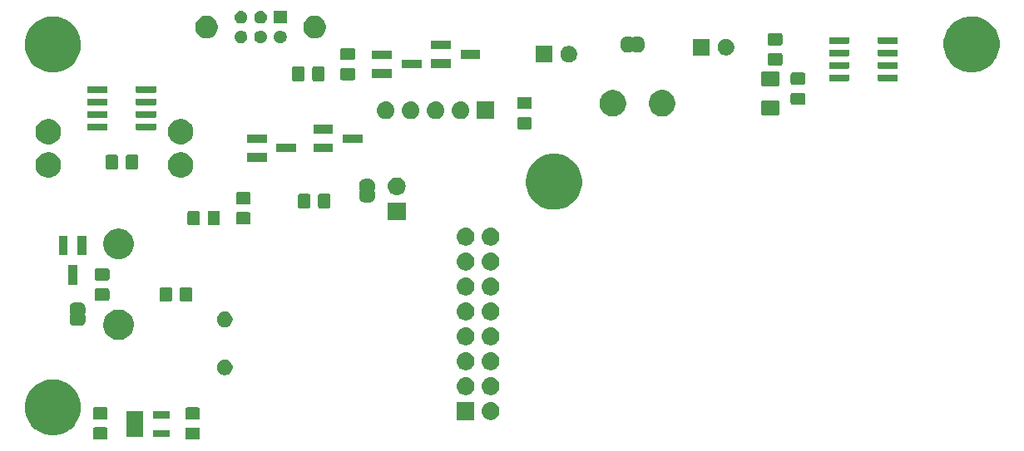
<source format=gbr>
G04 #@! TF.GenerationSoftware,KiCad,Pcbnew,(5.1.2)-1*
G04 #@! TF.CreationDate,2021-12-05T16:13:35-08:00*
G04 #@! TF.ProjectId,telemetry_transmitter,74656c65-6d65-4747-9279-5f7472616e73,rev?*
G04 #@! TF.SameCoordinates,Original*
G04 #@! TF.FileFunction,Soldermask,Bot*
G04 #@! TF.FilePolarity,Negative*
%FSLAX46Y46*%
G04 Gerber Fmt 4.6, Leading zero omitted, Abs format (unit mm)*
G04 Created by KiCad (PCBNEW (5.1.2)-1) date 2021-12-05 16:13:35*
%MOMM*%
%LPD*%
G04 APERTURE LIST*
%ADD10C,0.100000*%
G04 APERTURE END LIST*
D10*
G36*
X128803634Y-110055505D02*
G01*
X128841327Y-110066939D01*
X128876063Y-110085506D01*
X128906508Y-110110492D01*
X128931494Y-110140937D01*
X128950061Y-110175673D01*
X128961495Y-110213366D01*
X128965960Y-110258701D01*
X128965960Y-111095379D01*
X128961495Y-111140714D01*
X128950061Y-111178407D01*
X128931494Y-111213143D01*
X128906508Y-111243588D01*
X128876063Y-111268574D01*
X128841327Y-111287141D01*
X128803634Y-111298575D01*
X128758299Y-111303040D01*
X127671621Y-111303040D01*
X127626286Y-111298575D01*
X127588593Y-111287141D01*
X127553857Y-111268574D01*
X127523412Y-111243588D01*
X127498426Y-111213143D01*
X127479859Y-111178407D01*
X127468425Y-111140714D01*
X127463960Y-111095379D01*
X127463960Y-110258701D01*
X127468425Y-110213366D01*
X127479859Y-110175673D01*
X127498426Y-110140937D01*
X127523412Y-110110492D01*
X127553857Y-110085506D01*
X127588593Y-110066939D01*
X127626286Y-110055505D01*
X127671621Y-110051040D01*
X128758299Y-110051040D01*
X128803634Y-110055505D01*
X128803634Y-110055505D01*
G37*
G36*
X119398674Y-110038465D02*
G01*
X119436367Y-110049899D01*
X119471103Y-110068466D01*
X119501548Y-110093452D01*
X119526534Y-110123897D01*
X119545101Y-110158633D01*
X119556535Y-110196326D01*
X119561000Y-110241661D01*
X119561000Y-111078339D01*
X119556535Y-111123674D01*
X119545101Y-111161367D01*
X119526534Y-111196103D01*
X119501548Y-111226548D01*
X119471103Y-111251534D01*
X119436367Y-111270101D01*
X119398674Y-111281535D01*
X119353339Y-111286000D01*
X118266661Y-111286000D01*
X118221326Y-111281535D01*
X118183633Y-111270101D01*
X118148897Y-111251534D01*
X118118452Y-111226548D01*
X118093466Y-111196103D01*
X118074899Y-111161367D01*
X118063465Y-111123674D01*
X118059000Y-111078339D01*
X118059000Y-110241661D01*
X118063465Y-110196326D01*
X118074899Y-110158633D01*
X118093466Y-110123897D01*
X118118452Y-110093452D01*
X118148897Y-110068466D01*
X118183633Y-110049899D01*
X118221326Y-110038465D01*
X118266661Y-110034000D01*
X119353339Y-110034000D01*
X119398674Y-110038465D01*
X119398674Y-110038465D01*
G37*
G36*
X123154440Y-111045240D02*
G01*
X121492440Y-111045240D01*
X121492440Y-108393240D01*
X123154440Y-108393240D01*
X123154440Y-111045240D01*
X123154440Y-111045240D01*
G37*
G36*
X125854440Y-111045240D02*
G01*
X124192440Y-111045240D01*
X124192440Y-110293240D01*
X125854440Y-110293240D01*
X125854440Y-111045240D01*
X125854440Y-111045240D01*
G37*
G36*
X114545308Y-105201614D02*
G01*
X114831606Y-105258562D01*
X115350455Y-105473476D01*
X115817407Y-105785484D01*
X116214516Y-106182593D01*
X116526524Y-106649545D01*
X116741438Y-107168394D01*
X116851000Y-107719201D01*
X116851000Y-108280799D01*
X116741438Y-108831606D01*
X116526524Y-109350455D01*
X116276579Y-109724524D01*
X116214517Y-109817406D01*
X115817406Y-110214517D01*
X115751280Y-110258701D01*
X115350455Y-110526524D01*
X114831606Y-110741438D01*
X114556202Y-110796219D01*
X114280800Y-110851000D01*
X113719200Y-110851000D01*
X113443798Y-110796219D01*
X113168394Y-110741438D01*
X112649545Y-110526524D01*
X112248720Y-110258701D01*
X112182594Y-110214517D01*
X111785483Y-109817406D01*
X111723421Y-109724524D01*
X111473476Y-109350455D01*
X111258562Y-108831606D01*
X111149000Y-108280799D01*
X111149000Y-107719201D01*
X111258562Y-107168394D01*
X111473476Y-106649545D01*
X111785484Y-106182593D01*
X112182593Y-105785484D01*
X112649545Y-105473476D01*
X113168394Y-105258562D01*
X113454692Y-105201614D01*
X113719200Y-105149000D01*
X114280800Y-105149000D01*
X114545308Y-105201614D01*
X114545308Y-105201614D01*
G37*
G36*
X158650442Y-107487318D02*
G01*
X158716627Y-107493837D01*
X158886466Y-107545357D01*
X159042991Y-107629022D01*
X159078729Y-107658352D01*
X159180186Y-107741614D01*
X159263448Y-107843071D01*
X159292778Y-107878809D01*
X159376443Y-108035334D01*
X159427963Y-108205173D01*
X159445359Y-108381800D01*
X159427963Y-108558427D01*
X159376443Y-108728266D01*
X159292778Y-108884791D01*
X159263448Y-108920529D01*
X159180186Y-109021986D01*
X159103374Y-109085023D01*
X159042991Y-109134578D01*
X158886466Y-109218243D01*
X158716627Y-109269763D01*
X158650442Y-109276282D01*
X158584260Y-109282800D01*
X158495740Y-109282800D01*
X158429558Y-109276282D01*
X158363373Y-109269763D01*
X158193534Y-109218243D01*
X158037009Y-109134578D01*
X157976626Y-109085023D01*
X157899814Y-109021986D01*
X157816552Y-108920529D01*
X157787222Y-108884791D01*
X157703557Y-108728266D01*
X157652037Y-108558427D01*
X157634641Y-108381800D01*
X157652037Y-108205173D01*
X157703557Y-108035334D01*
X157787222Y-107878809D01*
X157816552Y-107843071D01*
X157899814Y-107741614D01*
X158001271Y-107658352D01*
X158037009Y-107629022D01*
X158193534Y-107545357D01*
X158363373Y-107493837D01*
X158429558Y-107487318D01*
X158495740Y-107480800D01*
X158584260Y-107480800D01*
X158650442Y-107487318D01*
X158650442Y-107487318D01*
G37*
G36*
X156901000Y-109282800D02*
G01*
X155099000Y-109282800D01*
X155099000Y-107480800D01*
X156901000Y-107480800D01*
X156901000Y-109282800D01*
X156901000Y-109282800D01*
G37*
G36*
X128803634Y-108005505D02*
G01*
X128841327Y-108016939D01*
X128876063Y-108035506D01*
X128906508Y-108060492D01*
X128931494Y-108090937D01*
X128950061Y-108125673D01*
X128961495Y-108163366D01*
X128965960Y-108208701D01*
X128965960Y-109045379D01*
X128961495Y-109090714D01*
X128950061Y-109128407D01*
X128931494Y-109163143D01*
X128906508Y-109193588D01*
X128876063Y-109218574D01*
X128841327Y-109237141D01*
X128803634Y-109248575D01*
X128758299Y-109253040D01*
X127671621Y-109253040D01*
X127626286Y-109248575D01*
X127588593Y-109237141D01*
X127553857Y-109218574D01*
X127523412Y-109193588D01*
X127498426Y-109163143D01*
X127479859Y-109128407D01*
X127468425Y-109090714D01*
X127463960Y-109045379D01*
X127463960Y-108208701D01*
X127468425Y-108163366D01*
X127479859Y-108125673D01*
X127498426Y-108090937D01*
X127523412Y-108060492D01*
X127553857Y-108035506D01*
X127588593Y-108016939D01*
X127626286Y-108005505D01*
X127671621Y-108001040D01*
X128758299Y-108001040D01*
X128803634Y-108005505D01*
X128803634Y-108005505D01*
G37*
G36*
X119398674Y-107988465D02*
G01*
X119436367Y-107999899D01*
X119471103Y-108018466D01*
X119501548Y-108043452D01*
X119526534Y-108073897D01*
X119545101Y-108108633D01*
X119556535Y-108146326D01*
X119561000Y-108191661D01*
X119561000Y-109028339D01*
X119556535Y-109073674D01*
X119545101Y-109111367D01*
X119526534Y-109146103D01*
X119501548Y-109176548D01*
X119471103Y-109201534D01*
X119436367Y-109220101D01*
X119398674Y-109231535D01*
X119353339Y-109236000D01*
X118266661Y-109236000D01*
X118221326Y-109231535D01*
X118183633Y-109220101D01*
X118148897Y-109201534D01*
X118118452Y-109176548D01*
X118093466Y-109146103D01*
X118074899Y-109111367D01*
X118063465Y-109073674D01*
X118059000Y-109028339D01*
X118059000Y-108191661D01*
X118063465Y-108146326D01*
X118074899Y-108108633D01*
X118093466Y-108073897D01*
X118118452Y-108043452D01*
X118148897Y-108018466D01*
X118183633Y-107999899D01*
X118221326Y-107988465D01*
X118266661Y-107984000D01*
X119353339Y-107984000D01*
X119398674Y-107988465D01*
X119398674Y-107988465D01*
G37*
G36*
X125854440Y-109145240D02*
G01*
X124192440Y-109145240D01*
X124192440Y-108393240D01*
X125854440Y-108393240D01*
X125854440Y-109145240D01*
X125854440Y-109145240D01*
G37*
G36*
X158650442Y-104947318D02*
G01*
X158716627Y-104953837D01*
X158886466Y-105005357D01*
X159042991Y-105089022D01*
X159078729Y-105118352D01*
X159180186Y-105201614D01*
X159226921Y-105258562D01*
X159292778Y-105338809D01*
X159376443Y-105495334D01*
X159427963Y-105665173D01*
X159445359Y-105841800D01*
X159427963Y-106018427D01*
X159376443Y-106188266D01*
X159292778Y-106344791D01*
X159263448Y-106380529D01*
X159180186Y-106481986D01*
X159078729Y-106565248D01*
X159042991Y-106594578D01*
X158886466Y-106678243D01*
X158716627Y-106729763D01*
X158650442Y-106736282D01*
X158584260Y-106742800D01*
X158495740Y-106742800D01*
X158429558Y-106736282D01*
X158363373Y-106729763D01*
X158193534Y-106678243D01*
X158037009Y-106594578D01*
X158001271Y-106565248D01*
X157899814Y-106481986D01*
X157816552Y-106380529D01*
X157787222Y-106344791D01*
X157703557Y-106188266D01*
X157652037Y-106018427D01*
X157634641Y-105841800D01*
X157652037Y-105665173D01*
X157703557Y-105495334D01*
X157787222Y-105338809D01*
X157853079Y-105258562D01*
X157899814Y-105201614D01*
X158001271Y-105118352D01*
X158037009Y-105089022D01*
X158193534Y-105005357D01*
X158363373Y-104953837D01*
X158429558Y-104947318D01*
X158495740Y-104940800D01*
X158584260Y-104940800D01*
X158650442Y-104947318D01*
X158650442Y-104947318D01*
G37*
G36*
X156110442Y-104947318D02*
G01*
X156176627Y-104953837D01*
X156346466Y-105005357D01*
X156502991Y-105089022D01*
X156538729Y-105118352D01*
X156640186Y-105201614D01*
X156686921Y-105258562D01*
X156752778Y-105338809D01*
X156836443Y-105495334D01*
X156887963Y-105665173D01*
X156905359Y-105841800D01*
X156887963Y-106018427D01*
X156836443Y-106188266D01*
X156752778Y-106344791D01*
X156723448Y-106380529D01*
X156640186Y-106481986D01*
X156538729Y-106565248D01*
X156502991Y-106594578D01*
X156346466Y-106678243D01*
X156176627Y-106729763D01*
X156110442Y-106736282D01*
X156044260Y-106742800D01*
X155955740Y-106742800D01*
X155889558Y-106736282D01*
X155823373Y-106729763D01*
X155653534Y-106678243D01*
X155497009Y-106594578D01*
X155461271Y-106565248D01*
X155359814Y-106481986D01*
X155276552Y-106380529D01*
X155247222Y-106344791D01*
X155163557Y-106188266D01*
X155112037Y-106018427D01*
X155094641Y-105841800D01*
X155112037Y-105665173D01*
X155163557Y-105495334D01*
X155247222Y-105338809D01*
X155313079Y-105258562D01*
X155359814Y-105201614D01*
X155461271Y-105118352D01*
X155497009Y-105089022D01*
X155653534Y-105005357D01*
X155823373Y-104953837D01*
X155889558Y-104947318D01*
X155955740Y-104940800D01*
X156044260Y-104940800D01*
X156110442Y-104947318D01*
X156110442Y-104947318D01*
G37*
G36*
X131714202Y-103144381D02*
G01*
X131859974Y-103204762D01*
X131859976Y-103204763D01*
X131991168Y-103292422D01*
X132102738Y-103403992D01*
X132152472Y-103478425D01*
X132190398Y-103535186D01*
X132250779Y-103680958D01*
X132281560Y-103835707D01*
X132281560Y-103993493D01*
X132250779Y-104148242D01*
X132233580Y-104189763D01*
X132190397Y-104294016D01*
X132102738Y-104425208D01*
X131991168Y-104536778D01*
X131859976Y-104624437D01*
X131859975Y-104624438D01*
X131859974Y-104624438D01*
X131714202Y-104684819D01*
X131559453Y-104715600D01*
X131401667Y-104715600D01*
X131246918Y-104684819D01*
X131101146Y-104624438D01*
X131101145Y-104624438D01*
X131101144Y-104624437D01*
X130969952Y-104536778D01*
X130858382Y-104425208D01*
X130770723Y-104294016D01*
X130727540Y-104189763D01*
X130710341Y-104148242D01*
X130679560Y-103993493D01*
X130679560Y-103835707D01*
X130710341Y-103680958D01*
X130770722Y-103535186D01*
X130808648Y-103478425D01*
X130858382Y-103403992D01*
X130969952Y-103292422D01*
X131101144Y-103204763D01*
X131101146Y-103204762D01*
X131246918Y-103144381D01*
X131401667Y-103113600D01*
X131559453Y-103113600D01*
X131714202Y-103144381D01*
X131714202Y-103144381D01*
G37*
G36*
X156110442Y-102407318D02*
G01*
X156176627Y-102413837D01*
X156346466Y-102465357D01*
X156502991Y-102549022D01*
X156538729Y-102578352D01*
X156640186Y-102661614D01*
X156723448Y-102763071D01*
X156752778Y-102798809D01*
X156836443Y-102955334D01*
X156887963Y-103125173D01*
X156905359Y-103301800D01*
X156887963Y-103478427D01*
X156836443Y-103648266D01*
X156752778Y-103804791D01*
X156727406Y-103835707D01*
X156640186Y-103941986D01*
X156538729Y-104025248D01*
X156502991Y-104054578D01*
X156346466Y-104138243D01*
X156176627Y-104189763D01*
X156110443Y-104196281D01*
X156044260Y-104202800D01*
X155955740Y-104202800D01*
X155889558Y-104196282D01*
X155823373Y-104189763D01*
X155653534Y-104138243D01*
X155497009Y-104054578D01*
X155461271Y-104025248D01*
X155359814Y-103941986D01*
X155272594Y-103835707D01*
X155247222Y-103804791D01*
X155163557Y-103648266D01*
X155112037Y-103478427D01*
X155094641Y-103301800D01*
X155112037Y-103125173D01*
X155163557Y-102955334D01*
X155247222Y-102798809D01*
X155276552Y-102763071D01*
X155359814Y-102661614D01*
X155461271Y-102578352D01*
X155497009Y-102549022D01*
X155653534Y-102465357D01*
X155823373Y-102413837D01*
X155889558Y-102407318D01*
X155955740Y-102400800D01*
X156044260Y-102400800D01*
X156110442Y-102407318D01*
X156110442Y-102407318D01*
G37*
G36*
X158650442Y-102407318D02*
G01*
X158716627Y-102413837D01*
X158886466Y-102465357D01*
X159042991Y-102549022D01*
X159078729Y-102578352D01*
X159180186Y-102661614D01*
X159263448Y-102763071D01*
X159292778Y-102798809D01*
X159376443Y-102955334D01*
X159427963Y-103125173D01*
X159445359Y-103301800D01*
X159427963Y-103478427D01*
X159376443Y-103648266D01*
X159292778Y-103804791D01*
X159267406Y-103835707D01*
X159180186Y-103941986D01*
X159078729Y-104025248D01*
X159042991Y-104054578D01*
X158886466Y-104138243D01*
X158716627Y-104189763D01*
X158650443Y-104196281D01*
X158584260Y-104202800D01*
X158495740Y-104202800D01*
X158429558Y-104196282D01*
X158363373Y-104189763D01*
X158193534Y-104138243D01*
X158037009Y-104054578D01*
X158001271Y-104025248D01*
X157899814Y-103941986D01*
X157812594Y-103835707D01*
X157787222Y-103804791D01*
X157703557Y-103648266D01*
X157652037Y-103478427D01*
X157634641Y-103301800D01*
X157652037Y-103125173D01*
X157703557Y-102955334D01*
X157787222Y-102798809D01*
X157816552Y-102763071D01*
X157899814Y-102661614D01*
X158001271Y-102578352D01*
X158037009Y-102549022D01*
X158193534Y-102465357D01*
X158363373Y-102413837D01*
X158429558Y-102407318D01*
X158495740Y-102400800D01*
X158584260Y-102400800D01*
X158650442Y-102407318D01*
X158650442Y-102407318D01*
G37*
G36*
X156110442Y-99867318D02*
G01*
X156176627Y-99873837D01*
X156346466Y-99925357D01*
X156502991Y-100009022D01*
X156529246Y-100030569D01*
X156640186Y-100121614D01*
X156723448Y-100223071D01*
X156752778Y-100258809D01*
X156836443Y-100415334D01*
X156887963Y-100585173D01*
X156905359Y-100761800D01*
X156887963Y-100938427D01*
X156836443Y-101108266D01*
X156752778Y-101264791D01*
X156723448Y-101300529D01*
X156640186Y-101401986D01*
X156538729Y-101485248D01*
X156502991Y-101514578D01*
X156346466Y-101598243D01*
X156176627Y-101649763D01*
X156110442Y-101656282D01*
X156044260Y-101662800D01*
X155955740Y-101662800D01*
X155889558Y-101656282D01*
X155823373Y-101649763D01*
X155653534Y-101598243D01*
X155497009Y-101514578D01*
X155461271Y-101485248D01*
X155359814Y-101401986D01*
X155276552Y-101300529D01*
X155247222Y-101264791D01*
X155163557Y-101108266D01*
X155112037Y-100938427D01*
X155094641Y-100761800D01*
X155112037Y-100585173D01*
X155163557Y-100415334D01*
X155247222Y-100258809D01*
X155276552Y-100223071D01*
X155359814Y-100121614D01*
X155470754Y-100030569D01*
X155497009Y-100009022D01*
X155653534Y-99925357D01*
X155823373Y-99873837D01*
X155889558Y-99867318D01*
X155955740Y-99860800D01*
X156044260Y-99860800D01*
X156110442Y-99867318D01*
X156110442Y-99867318D01*
G37*
G36*
X158650442Y-99867318D02*
G01*
X158716627Y-99873837D01*
X158886466Y-99925357D01*
X159042991Y-100009022D01*
X159069246Y-100030569D01*
X159180186Y-100121614D01*
X159263448Y-100223071D01*
X159292778Y-100258809D01*
X159376443Y-100415334D01*
X159427963Y-100585173D01*
X159445359Y-100761800D01*
X159427963Y-100938427D01*
X159376443Y-101108266D01*
X159292778Y-101264791D01*
X159263448Y-101300529D01*
X159180186Y-101401986D01*
X159078729Y-101485248D01*
X159042991Y-101514578D01*
X158886466Y-101598243D01*
X158716627Y-101649763D01*
X158650442Y-101656282D01*
X158584260Y-101662800D01*
X158495740Y-101662800D01*
X158429558Y-101656282D01*
X158363373Y-101649763D01*
X158193534Y-101598243D01*
X158037009Y-101514578D01*
X158001271Y-101485248D01*
X157899814Y-101401986D01*
X157816552Y-101300529D01*
X157787222Y-101264791D01*
X157703557Y-101108266D01*
X157652037Y-100938427D01*
X157634641Y-100761800D01*
X157652037Y-100585173D01*
X157703557Y-100415334D01*
X157787222Y-100258809D01*
X157816552Y-100223071D01*
X157899814Y-100121614D01*
X158010754Y-100030569D01*
X158037009Y-100009022D01*
X158193534Y-99925357D01*
X158363373Y-99873837D01*
X158429558Y-99867318D01*
X158495740Y-99860800D01*
X158584260Y-99860800D01*
X158650442Y-99867318D01*
X158650442Y-99867318D01*
G37*
G36*
X120928878Y-98045173D02*
G01*
X121137970Y-98086764D01*
X121420234Y-98203681D01*
X121674265Y-98373419D01*
X121890301Y-98589455D01*
X122060039Y-98843486D01*
X122176956Y-99125750D01*
X122205299Y-99268242D01*
X122231480Y-99399858D01*
X122236560Y-99425400D01*
X122236560Y-99730920D01*
X122176956Y-100030570D01*
X122060039Y-100312834D01*
X121890301Y-100566865D01*
X121674265Y-100782901D01*
X121420234Y-100952639D01*
X121137970Y-101069556D01*
X120988145Y-101099358D01*
X120838321Y-101129160D01*
X120532799Y-101129160D01*
X120382975Y-101099358D01*
X120233150Y-101069556D01*
X119950886Y-100952639D01*
X119696855Y-100782901D01*
X119480819Y-100566865D01*
X119311081Y-100312834D01*
X119194164Y-100030570D01*
X119134560Y-99730920D01*
X119134560Y-99425400D01*
X119139641Y-99399858D01*
X119165821Y-99268242D01*
X119194164Y-99125750D01*
X119311081Y-98843486D01*
X119480819Y-98589455D01*
X119696855Y-98373419D01*
X119950886Y-98203681D01*
X120233150Y-98086764D01*
X120442242Y-98045173D01*
X120532799Y-98027160D01*
X120838321Y-98027160D01*
X120928878Y-98045173D01*
X120928878Y-98045173D01*
G37*
G36*
X131714202Y-98264381D02*
G01*
X131859974Y-98324762D01*
X131859976Y-98324763D01*
X131991168Y-98412422D01*
X132102738Y-98523992D01*
X132186933Y-98650000D01*
X132190398Y-98655186D01*
X132250779Y-98800958D01*
X132281560Y-98955707D01*
X132281560Y-99113493D01*
X132250779Y-99268242D01*
X132194004Y-99405309D01*
X132190397Y-99414016D01*
X132102738Y-99545208D01*
X131991168Y-99656778D01*
X131859976Y-99744437D01*
X131859975Y-99744438D01*
X131859974Y-99744438D01*
X131714202Y-99804819D01*
X131559453Y-99835600D01*
X131401667Y-99835600D01*
X131246918Y-99804819D01*
X131101146Y-99744438D01*
X131101145Y-99744438D01*
X131101144Y-99744437D01*
X130969952Y-99656778D01*
X130858382Y-99545208D01*
X130770723Y-99414016D01*
X130767116Y-99405309D01*
X130710341Y-99268242D01*
X130679560Y-99113493D01*
X130679560Y-98955707D01*
X130710341Y-98800958D01*
X130770722Y-98655186D01*
X130774187Y-98650000D01*
X130858382Y-98523992D01*
X130969952Y-98412422D01*
X131101144Y-98324763D01*
X131101146Y-98324762D01*
X131246918Y-98264381D01*
X131401667Y-98233600D01*
X131559453Y-98233600D01*
X131714202Y-98264381D01*
X131714202Y-98264381D01*
G37*
G36*
X116762199Y-97299954D02*
G01*
X116774450Y-97300556D01*
X116792869Y-97300556D01*
X116815149Y-97302750D01*
X116899233Y-97319476D01*
X116920660Y-97325976D01*
X116999858Y-97358780D01*
X117005303Y-97361691D01*
X117005309Y-97361693D01*
X117014169Y-97366429D01*
X117014173Y-97366432D01*
X117019614Y-97369340D01*
X117090899Y-97416971D01*
X117108204Y-97431172D01*
X117168828Y-97491796D01*
X117183029Y-97509101D01*
X117230660Y-97580386D01*
X117233568Y-97585827D01*
X117233571Y-97585831D01*
X117238307Y-97594691D01*
X117238309Y-97594697D01*
X117241220Y-97600142D01*
X117274024Y-97679340D01*
X117280524Y-97700767D01*
X117297250Y-97784851D01*
X117299444Y-97807131D01*
X117299444Y-97825550D01*
X117300046Y-97837801D01*
X117301852Y-97856139D01*
X117301852Y-98343860D01*
X117300263Y-98359999D01*
X117297348Y-98369608D01*
X117292610Y-98378472D01*
X117286237Y-98386237D01*
X117273794Y-98396448D01*
X117263425Y-98403378D01*
X117246098Y-98420705D01*
X117232485Y-98441080D01*
X117223109Y-98463720D01*
X117218329Y-98487753D01*
X117218330Y-98512257D01*
X117223112Y-98536290D01*
X117232490Y-98558929D01*
X117246105Y-98579302D01*
X117263432Y-98596629D01*
X117273802Y-98603558D01*
X117286237Y-98613763D01*
X117292610Y-98621528D01*
X117297348Y-98630392D01*
X117300263Y-98640001D01*
X117301852Y-98656140D01*
X117301852Y-99143862D01*
X117300046Y-99162199D01*
X117299444Y-99174450D01*
X117299444Y-99192869D01*
X117297250Y-99215149D01*
X117280524Y-99299233D01*
X117274024Y-99320660D01*
X117241220Y-99399858D01*
X117238309Y-99405303D01*
X117238307Y-99405309D01*
X117233571Y-99414169D01*
X117233568Y-99414173D01*
X117230660Y-99419614D01*
X117183029Y-99490899D01*
X117168828Y-99508204D01*
X117108204Y-99568828D01*
X117090899Y-99583029D01*
X117019614Y-99630660D01*
X117014173Y-99633568D01*
X117014169Y-99633571D01*
X117005309Y-99638307D01*
X117005303Y-99638309D01*
X116999858Y-99641220D01*
X116920660Y-99674024D01*
X116899233Y-99680524D01*
X116815149Y-99697250D01*
X116792869Y-99699444D01*
X116774450Y-99699444D01*
X116762199Y-99700046D01*
X116743862Y-99701852D01*
X116256138Y-99701852D01*
X116237801Y-99700046D01*
X116225550Y-99699444D01*
X116207131Y-99699444D01*
X116184851Y-99697250D01*
X116100767Y-99680524D01*
X116079340Y-99674024D01*
X116000142Y-99641220D01*
X115994697Y-99638309D01*
X115994691Y-99638307D01*
X115985831Y-99633571D01*
X115985827Y-99633568D01*
X115980386Y-99630660D01*
X115909101Y-99583029D01*
X115891796Y-99568828D01*
X115831172Y-99508204D01*
X115816971Y-99490899D01*
X115769340Y-99419614D01*
X115766432Y-99414173D01*
X115766429Y-99414169D01*
X115761693Y-99405309D01*
X115761691Y-99405303D01*
X115758780Y-99399858D01*
X115725976Y-99320660D01*
X115719476Y-99299233D01*
X115702750Y-99215149D01*
X115700556Y-99192869D01*
X115700556Y-99174450D01*
X115699954Y-99162199D01*
X115698148Y-99143862D01*
X115698148Y-98656140D01*
X115699737Y-98640001D01*
X115702652Y-98630392D01*
X115707390Y-98621528D01*
X115713763Y-98613763D01*
X115726206Y-98603552D01*
X115736575Y-98596622D01*
X115753902Y-98579295D01*
X115767515Y-98558920D01*
X115776891Y-98536280D01*
X115781671Y-98512247D01*
X115781670Y-98487743D01*
X115776888Y-98463710D01*
X115767510Y-98441071D01*
X115753895Y-98420698D01*
X115736568Y-98403371D01*
X115726198Y-98396442D01*
X115713763Y-98386237D01*
X115707390Y-98378472D01*
X115702652Y-98369608D01*
X115699737Y-98359999D01*
X115698148Y-98343860D01*
X115698148Y-97856139D01*
X115699954Y-97837801D01*
X115700556Y-97825550D01*
X115700556Y-97807131D01*
X115702750Y-97784851D01*
X115719476Y-97700767D01*
X115725976Y-97679340D01*
X115758780Y-97600142D01*
X115761691Y-97594697D01*
X115761693Y-97594691D01*
X115766429Y-97585831D01*
X115766432Y-97585827D01*
X115769340Y-97580386D01*
X115816971Y-97509101D01*
X115831172Y-97491796D01*
X115891796Y-97431172D01*
X115909101Y-97416971D01*
X115980386Y-97369340D01*
X115985827Y-97366432D01*
X115985831Y-97366429D01*
X115994691Y-97361693D01*
X115994697Y-97361691D01*
X116000142Y-97358780D01*
X116079340Y-97325976D01*
X116100767Y-97319476D01*
X116184851Y-97302750D01*
X116207131Y-97300556D01*
X116225550Y-97300556D01*
X116237801Y-97299954D01*
X116256139Y-97298148D01*
X116743861Y-97298148D01*
X116762199Y-97299954D01*
X116762199Y-97299954D01*
G37*
G36*
X156096812Y-97325976D02*
G01*
X156176627Y-97333837D01*
X156346466Y-97385357D01*
X156502991Y-97469022D01*
X156530741Y-97491796D01*
X156640186Y-97581614D01*
X156720386Y-97679340D01*
X156752778Y-97718809D01*
X156836443Y-97875334D01*
X156887963Y-98045173D01*
X156905359Y-98221800D01*
X156887963Y-98398427D01*
X156836443Y-98568266D01*
X156752778Y-98724791D01*
X156723448Y-98760529D01*
X156640186Y-98861986D01*
X156538729Y-98945248D01*
X156502991Y-98974578D01*
X156346466Y-99058243D01*
X156176627Y-99109763D01*
X156110443Y-99116281D01*
X156044260Y-99122800D01*
X155955740Y-99122800D01*
X155889558Y-99116282D01*
X155823373Y-99109763D01*
X155653534Y-99058243D01*
X155497009Y-98974578D01*
X155461271Y-98945248D01*
X155359814Y-98861986D01*
X155276552Y-98760529D01*
X155247222Y-98724791D01*
X155163557Y-98568266D01*
X155112037Y-98398427D01*
X155094641Y-98221800D01*
X155112037Y-98045173D01*
X155163557Y-97875334D01*
X155247222Y-97718809D01*
X155279614Y-97679340D01*
X155359814Y-97581614D01*
X155469259Y-97491796D01*
X155497009Y-97469022D01*
X155653534Y-97385357D01*
X155823373Y-97333837D01*
X155903188Y-97325976D01*
X155955740Y-97320800D01*
X156044260Y-97320800D01*
X156096812Y-97325976D01*
X156096812Y-97325976D01*
G37*
G36*
X158636812Y-97325976D02*
G01*
X158716627Y-97333837D01*
X158886466Y-97385357D01*
X159042991Y-97469022D01*
X159070741Y-97491796D01*
X159180186Y-97581614D01*
X159260386Y-97679340D01*
X159292778Y-97718809D01*
X159376443Y-97875334D01*
X159427963Y-98045173D01*
X159445359Y-98221800D01*
X159427963Y-98398427D01*
X159376443Y-98568266D01*
X159292778Y-98724791D01*
X159263448Y-98760529D01*
X159180186Y-98861986D01*
X159078729Y-98945248D01*
X159042991Y-98974578D01*
X158886466Y-99058243D01*
X158716627Y-99109763D01*
X158650443Y-99116281D01*
X158584260Y-99122800D01*
X158495740Y-99122800D01*
X158429558Y-99116282D01*
X158363373Y-99109763D01*
X158193534Y-99058243D01*
X158037009Y-98974578D01*
X158001271Y-98945248D01*
X157899814Y-98861986D01*
X157816552Y-98760529D01*
X157787222Y-98724791D01*
X157703557Y-98568266D01*
X157652037Y-98398427D01*
X157634641Y-98221800D01*
X157652037Y-98045173D01*
X157703557Y-97875334D01*
X157787222Y-97718809D01*
X157819614Y-97679340D01*
X157899814Y-97581614D01*
X158009259Y-97491796D01*
X158037009Y-97469022D01*
X158193534Y-97385357D01*
X158363373Y-97333837D01*
X158443188Y-97325976D01*
X158495740Y-97320800D01*
X158584260Y-97320800D01*
X158636812Y-97325976D01*
X158636812Y-97325976D01*
G37*
G36*
X128013674Y-95753465D02*
G01*
X128051367Y-95764899D01*
X128086103Y-95783466D01*
X128116548Y-95808452D01*
X128141534Y-95838897D01*
X128160101Y-95873633D01*
X128171535Y-95911326D01*
X128176000Y-95956661D01*
X128176000Y-97043339D01*
X128171535Y-97088674D01*
X128160101Y-97126367D01*
X128141534Y-97161103D01*
X128116548Y-97191548D01*
X128086103Y-97216534D01*
X128051367Y-97235101D01*
X128013674Y-97246535D01*
X127968339Y-97251000D01*
X127131661Y-97251000D01*
X127086326Y-97246535D01*
X127048633Y-97235101D01*
X127013897Y-97216534D01*
X126983452Y-97191548D01*
X126958466Y-97161103D01*
X126939899Y-97126367D01*
X126928465Y-97088674D01*
X126924000Y-97043339D01*
X126924000Y-95956661D01*
X126928465Y-95911326D01*
X126939899Y-95873633D01*
X126958466Y-95838897D01*
X126983452Y-95808452D01*
X127013897Y-95783466D01*
X127048633Y-95764899D01*
X127086326Y-95753465D01*
X127131661Y-95749000D01*
X127968339Y-95749000D01*
X128013674Y-95753465D01*
X128013674Y-95753465D01*
G37*
G36*
X125963674Y-95753465D02*
G01*
X126001367Y-95764899D01*
X126036103Y-95783466D01*
X126066548Y-95808452D01*
X126091534Y-95838897D01*
X126110101Y-95873633D01*
X126121535Y-95911326D01*
X126126000Y-95956661D01*
X126126000Y-97043339D01*
X126121535Y-97088674D01*
X126110101Y-97126367D01*
X126091534Y-97161103D01*
X126066548Y-97191548D01*
X126036103Y-97216534D01*
X126001367Y-97235101D01*
X125963674Y-97246535D01*
X125918339Y-97251000D01*
X125081661Y-97251000D01*
X125036326Y-97246535D01*
X124998633Y-97235101D01*
X124963897Y-97216534D01*
X124933452Y-97191548D01*
X124908466Y-97161103D01*
X124889899Y-97126367D01*
X124878465Y-97088674D01*
X124874000Y-97043339D01*
X124874000Y-95956661D01*
X124878465Y-95911326D01*
X124889899Y-95873633D01*
X124908466Y-95838897D01*
X124933452Y-95808452D01*
X124963897Y-95783466D01*
X124998633Y-95764899D01*
X125036326Y-95753465D01*
X125081661Y-95749000D01*
X125918339Y-95749000D01*
X125963674Y-95753465D01*
X125963674Y-95753465D01*
G37*
G36*
X119588674Y-95878465D02*
G01*
X119626367Y-95889899D01*
X119661103Y-95908466D01*
X119691548Y-95933452D01*
X119716534Y-95963897D01*
X119735101Y-95998633D01*
X119746535Y-96036326D01*
X119751000Y-96081661D01*
X119751000Y-96918339D01*
X119746535Y-96963674D01*
X119735101Y-97001367D01*
X119716534Y-97036103D01*
X119691548Y-97066548D01*
X119661103Y-97091534D01*
X119626367Y-97110101D01*
X119588674Y-97121535D01*
X119543339Y-97126000D01*
X118456661Y-97126000D01*
X118411326Y-97121535D01*
X118373633Y-97110101D01*
X118338897Y-97091534D01*
X118308452Y-97066548D01*
X118283466Y-97036103D01*
X118264899Y-97001367D01*
X118253465Y-96963674D01*
X118249000Y-96918339D01*
X118249000Y-96081661D01*
X118253465Y-96036326D01*
X118264899Y-95998633D01*
X118283466Y-95963897D01*
X118308452Y-95933452D01*
X118338897Y-95908466D01*
X118373633Y-95889899D01*
X118411326Y-95878465D01*
X118456661Y-95874000D01*
X119543339Y-95874000D01*
X119588674Y-95878465D01*
X119588674Y-95878465D01*
G37*
G36*
X156110442Y-94787318D02*
G01*
X156176627Y-94793837D01*
X156346466Y-94845357D01*
X156502991Y-94929022D01*
X156530218Y-94951367D01*
X156640186Y-95041614D01*
X156723448Y-95143071D01*
X156752778Y-95178809D01*
X156836443Y-95335334D01*
X156887963Y-95505173D01*
X156905359Y-95681800D01*
X156887963Y-95858427D01*
X156836443Y-96028266D01*
X156752778Y-96184791D01*
X156723448Y-96220529D01*
X156640186Y-96321986D01*
X156538729Y-96405248D01*
X156502991Y-96434578D01*
X156346466Y-96518243D01*
X156176627Y-96569763D01*
X156110442Y-96576282D01*
X156044260Y-96582800D01*
X155955740Y-96582800D01*
X155889557Y-96576281D01*
X155823373Y-96569763D01*
X155653534Y-96518243D01*
X155497009Y-96434578D01*
X155461271Y-96405248D01*
X155359814Y-96321986D01*
X155276552Y-96220529D01*
X155247222Y-96184791D01*
X155163557Y-96028266D01*
X155112037Y-95858427D01*
X155094641Y-95681800D01*
X155112037Y-95505173D01*
X155163557Y-95335334D01*
X155247222Y-95178809D01*
X155276552Y-95143071D01*
X155359814Y-95041614D01*
X155469782Y-94951367D01*
X155497009Y-94929022D01*
X155653534Y-94845357D01*
X155823373Y-94793837D01*
X155889557Y-94787319D01*
X155955740Y-94780800D01*
X156044260Y-94780800D01*
X156110442Y-94787318D01*
X156110442Y-94787318D01*
G37*
G36*
X158650442Y-94787318D02*
G01*
X158716627Y-94793837D01*
X158886466Y-94845357D01*
X159042991Y-94929022D01*
X159070218Y-94951367D01*
X159180186Y-95041614D01*
X159263448Y-95143071D01*
X159292778Y-95178809D01*
X159376443Y-95335334D01*
X159427963Y-95505173D01*
X159445359Y-95681800D01*
X159427963Y-95858427D01*
X159376443Y-96028266D01*
X159292778Y-96184791D01*
X159263448Y-96220529D01*
X159180186Y-96321986D01*
X159078729Y-96405248D01*
X159042991Y-96434578D01*
X158886466Y-96518243D01*
X158716627Y-96569763D01*
X158650442Y-96576282D01*
X158584260Y-96582800D01*
X158495740Y-96582800D01*
X158429557Y-96576281D01*
X158363373Y-96569763D01*
X158193534Y-96518243D01*
X158037009Y-96434578D01*
X158001271Y-96405248D01*
X157899814Y-96321986D01*
X157816552Y-96220529D01*
X157787222Y-96184791D01*
X157703557Y-96028266D01*
X157652037Y-95858427D01*
X157634641Y-95681800D01*
X157652037Y-95505173D01*
X157703557Y-95335334D01*
X157787222Y-95178809D01*
X157816552Y-95143071D01*
X157899814Y-95041614D01*
X158009782Y-94951367D01*
X158037009Y-94929022D01*
X158193534Y-94845357D01*
X158363373Y-94793837D01*
X158429557Y-94787319D01*
X158495740Y-94780800D01*
X158584260Y-94780800D01*
X158650442Y-94787318D01*
X158650442Y-94787318D01*
G37*
G36*
X116451000Y-95501000D02*
G01*
X115549000Y-95501000D01*
X115549000Y-93499000D01*
X116451000Y-93499000D01*
X116451000Y-95501000D01*
X116451000Y-95501000D01*
G37*
G36*
X119588674Y-93828465D02*
G01*
X119626367Y-93839899D01*
X119661103Y-93858466D01*
X119691548Y-93883452D01*
X119716534Y-93913897D01*
X119735101Y-93948633D01*
X119746535Y-93986326D01*
X119751000Y-94031661D01*
X119751000Y-94868339D01*
X119746535Y-94913674D01*
X119735101Y-94951367D01*
X119716534Y-94986103D01*
X119691548Y-95016548D01*
X119661103Y-95041534D01*
X119626367Y-95060101D01*
X119588674Y-95071535D01*
X119543339Y-95076000D01*
X118456661Y-95076000D01*
X118411326Y-95071535D01*
X118373633Y-95060101D01*
X118338897Y-95041534D01*
X118308452Y-95016548D01*
X118283466Y-94986103D01*
X118264899Y-94951367D01*
X118253465Y-94913674D01*
X118249000Y-94868339D01*
X118249000Y-94031661D01*
X118253465Y-93986326D01*
X118264899Y-93948633D01*
X118283466Y-93913897D01*
X118308452Y-93883452D01*
X118338897Y-93858466D01*
X118373633Y-93839899D01*
X118411326Y-93828465D01*
X118456661Y-93824000D01*
X119543339Y-93824000D01*
X119588674Y-93828465D01*
X119588674Y-93828465D01*
G37*
G36*
X156110443Y-92247319D02*
G01*
X156176627Y-92253837D01*
X156346466Y-92305357D01*
X156502991Y-92389022D01*
X156538729Y-92418352D01*
X156640186Y-92501614D01*
X156723448Y-92603071D01*
X156752778Y-92638809D01*
X156836443Y-92795334D01*
X156887963Y-92965173D01*
X156905359Y-93141800D01*
X156887963Y-93318427D01*
X156836443Y-93488266D01*
X156752778Y-93644791D01*
X156723448Y-93680529D01*
X156640186Y-93781986D01*
X156546993Y-93858466D01*
X156502991Y-93894578D01*
X156346466Y-93978243D01*
X156176627Y-94029763D01*
X156110442Y-94036282D01*
X156044260Y-94042800D01*
X155955740Y-94042800D01*
X155889558Y-94036282D01*
X155823373Y-94029763D01*
X155653534Y-93978243D01*
X155497009Y-93894578D01*
X155453007Y-93858466D01*
X155359814Y-93781986D01*
X155276552Y-93680529D01*
X155247222Y-93644791D01*
X155163557Y-93488266D01*
X155112037Y-93318427D01*
X155094641Y-93141800D01*
X155112037Y-92965173D01*
X155163557Y-92795334D01*
X155247222Y-92638809D01*
X155276552Y-92603071D01*
X155359814Y-92501614D01*
X155461271Y-92418352D01*
X155497009Y-92389022D01*
X155653534Y-92305357D01*
X155823373Y-92253837D01*
X155889557Y-92247319D01*
X155955740Y-92240800D01*
X156044260Y-92240800D01*
X156110443Y-92247319D01*
X156110443Y-92247319D01*
G37*
G36*
X158650443Y-92247319D02*
G01*
X158716627Y-92253837D01*
X158886466Y-92305357D01*
X159042991Y-92389022D01*
X159078729Y-92418352D01*
X159180186Y-92501614D01*
X159263448Y-92603071D01*
X159292778Y-92638809D01*
X159376443Y-92795334D01*
X159427963Y-92965173D01*
X159445359Y-93141800D01*
X159427963Y-93318427D01*
X159376443Y-93488266D01*
X159292778Y-93644791D01*
X159263448Y-93680529D01*
X159180186Y-93781986D01*
X159086993Y-93858466D01*
X159042991Y-93894578D01*
X158886466Y-93978243D01*
X158716627Y-94029763D01*
X158650442Y-94036282D01*
X158584260Y-94042800D01*
X158495740Y-94042800D01*
X158429558Y-94036282D01*
X158363373Y-94029763D01*
X158193534Y-93978243D01*
X158037009Y-93894578D01*
X157993007Y-93858466D01*
X157899814Y-93781986D01*
X157816552Y-93680529D01*
X157787222Y-93644791D01*
X157703557Y-93488266D01*
X157652037Y-93318427D01*
X157634641Y-93141800D01*
X157652037Y-92965173D01*
X157703557Y-92795334D01*
X157787222Y-92638809D01*
X157816552Y-92603071D01*
X157899814Y-92501614D01*
X158001271Y-92418352D01*
X158037009Y-92389022D01*
X158193534Y-92305357D01*
X158363373Y-92253837D01*
X158429557Y-92247319D01*
X158495740Y-92240800D01*
X158584260Y-92240800D01*
X158650443Y-92247319D01*
X158650443Y-92247319D01*
G37*
G36*
X120988145Y-89806962D02*
G01*
X121137970Y-89836764D01*
X121420234Y-89953681D01*
X121674265Y-90123419D01*
X121890301Y-90339455D01*
X122060039Y-90593486D01*
X122176956Y-90875750D01*
X122236560Y-91175400D01*
X122236560Y-91480920D01*
X122176956Y-91780570D01*
X122060039Y-92062834D01*
X121890301Y-92316865D01*
X121674265Y-92532901D01*
X121420234Y-92702639D01*
X121137970Y-92819556D01*
X120988145Y-92849358D01*
X120838321Y-92879160D01*
X120532799Y-92879160D01*
X120382975Y-92849358D01*
X120233150Y-92819556D01*
X119950886Y-92702639D01*
X119696855Y-92532901D01*
X119480819Y-92316865D01*
X119311081Y-92062834D01*
X119194164Y-91780570D01*
X119134560Y-91480920D01*
X119134560Y-91175400D01*
X119194164Y-90875750D01*
X119311081Y-90593486D01*
X119480819Y-90339455D01*
X119696855Y-90123419D01*
X119950886Y-89953681D01*
X120233150Y-89836764D01*
X120382975Y-89806962D01*
X120532799Y-89777160D01*
X120838321Y-89777160D01*
X120988145Y-89806962D01*
X120988145Y-89806962D01*
G37*
G36*
X117401000Y-92501000D02*
G01*
X116499000Y-92501000D01*
X116499000Y-90499000D01*
X117401000Y-90499000D01*
X117401000Y-92501000D01*
X117401000Y-92501000D01*
G37*
G36*
X115501000Y-92501000D02*
G01*
X114599000Y-92501000D01*
X114599000Y-90499000D01*
X115501000Y-90499000D01*
X115501000Y-92501000D01*
X115501000Y-92501000D01*
G37*
G36*
X156110442Y-89707318D02*
G01*
X156176627Y-89713837D01*
X156346466Y-89765357D01*
X156502991Y-89849022D01*
X156538729Y-89878352D01*
X156640186Y-89961614D01*
X156723448Y-90063071D01*
X156752778Y-90098809D01*
X156836443Y-90255334D01*
X156887963Y-90425173D01*
X156905359Y-90601800D01*
X156887963Y-90778427D01*
X156836443Y-90948266D01*
X156752778Y-91104791D01*
X156723448Y-91140529D01*
X156640186Y-91241986D01*
X156538729Y-91325248D01*
X156502991Y-91354578D01*
X156346466Y-91438243D01*
X156176627Y-91489763D01*
X156110442Y-91496282D01*
X156044260Y-91502800D01*
X155955740Y-91502800D01*
X155889558Y-91496282D01*
X155823373Y-91489763D01*
X155653534Y-91438243D01*
X155497009Y-91354578D01*
X155461271Y-91325248D01*
X155359814Y-91241986D01*
X155276552Y-91140529D01*
X155247222Y-91104791D01*
X155163557Y-90948266D01*
X155112037Y-90778427D01*
X155094641Y-90601800D01*
X155112037Y-90425173D01*
X155163557Y-90255334D01*
X155247222Y-90098809D01*
X155276552Y-90063071D01*
X155359814Y-89961614D01*
X155461271Y-89878352D01*
X155497009Y-89849022D01*
X155653534Y-89765357D01*
X155823373Y-89713837D01*
X155889558Y-89707318D01*
X155955740Y-89700800D01*
X156044260Y-89700800D01*
X156110442Y-89707318D01*
X156110442Y-89707318D01*
G37*
G36*
X158650442Y-89707318D02*
G01*
X158716627Y-89713837D01*
X158886466Y-89765357D01*
X159042991Y-89849022D01*
X159078729Y-89878352D01*
X159180186Y-89961614D01*
X159263448Y-90063071D01*
X159292778Y-90098809D01*
X159376443Y-90255334D01*
X159427963Y-90425173D01*
X159445359Y-90601800D01*
X159427963Y-90778427D01*
X159376443Y-90948266D01*
X159292778Y-91104791D01*
X159263448Y-91140529D01*
X159180186Y-91241986D01*
X159078729Y-91325248D01*
X159042991Y-91354578D01*
X158886466Y-91438243D01*
X158716627Y-91489763D01*
X158650442Y-91496282D01*
X158584260Y-91502800D01*
X158495740Y-91502800D01*
X158429558Y-91496282D01*
X158363373Y-91489763D01*
X158193534Y-91438243D01*
X158037009Y-91354578D01*
X158001271Y-91325248D01*
X157899814Y-91241986D01*
X157816552Y-91140529D01*
X157787222Y-91104791D01*
X157703557Y-90948266D01*
X157652037Y-90778427D01*
X157634641Y-90601800D01*
X157652037Y-90425173D01*
X157703557Y-90255334D01*
X157787222Y-90098809D01*
X157816552Y-90063071D01*
X157899814Y-89961614D01*
X158001271Y-89878352D01*
X158037009Y-89849022D01*
X158193534Y-89765357D01*
X158363373Y-89713837D01*
X158429558Y-89707318D01*
X158495740Y-89700800D01*
X158584260Y-89700800D01*
X158650442Y-89707318D01*
X158650442Y-89707318D01*
G37*
G36*
X130835634Y-87950265D02*
G01*
X130873327Y-87961699D01*
X130908063Y-87980266D01*
X130938508Y-88005252D01*
X130963494Y-88035697D01*
X130982061Y-88070433D01*
X130993495Y-88108126D01*
X130997960Y-88153461D01*
X130997960Y-89240139D01*
X130993495Y-89285474D01*
X130982061Y-89323167D01*
X130963494Y-89357903D01*
X130938508Y-89388348D01*
X130908063Y-89413334D01*
X130873327Y-89431901D01*
X130835634Y-89443335D01*
X130790299Y-89447800D01*
X129953621Y-89447800D01*
X129908286Y-89443335D01*
X129870593Y-89431901D01*
X129835857Y-89413334D01*
X129805412Y-89388348D01*
X129780426Y-89357903D01*
X129761859Y-89323167D01*
X129750425Y-89285474D01*
X129745960Y-89240139D01*
X129745960Y-88153461D01*
X129750425Y-88108126D01*
X129761859Y-88070433D01*
X129780426Y-88035697D01*
X129805412Y-88005252D01*
X129835857Y-87980266D01*
X129870593Y-87961699D01*
X129908286Y-87950265D01*
X129953621Y-87945800D01*
X130790299Y-87945800D01*
X130835634Y-87950265D01*
X130835634Y-87950265D01*
G37*
G36*
X128785634Y-87950265D02*
G01*
X128823327Y-87961699D01*
X128858063Y-87980266D01*
X128888508Y-88005252D01*
X128913494Y-88035697D01*
X128932061Y-88070433D01*
X128943495Y-88108126D01*
X128947960Y-88153461D01*
X128947960Y-89240139D01*
X128943495Y-89285474D01*
X128932061Y-89323167D01*
X128913494Y-89357903D01*
X128888508Y-89388348D01*
X128858063Y-89413334D01*
X128823327Y-89431901D01*
X128785634Y-89443335D01*
X128740299Y-89447800D01*
X127903621Y-89447800D01*
X127858286Y-89443335D01*
X127820593Y-89431901D01*
X127785857Y-89413334D01*
X127755412Y-89388348D01*
X127730426Y-89357903D01*
X127711859Y-89323167D01*
X127700425Y-89285474D01*
X127695960Y-89240139D01*
X127695960Y-88153461D01*
X127700425Y-88108126D01*
X127711859Y-88070433D01*
X127730426Y-88035697D01*
X127755412Y-88005252D01*
X127785857Y-87980266D01*
X127820593Y-87961699D01*
X127858286Y-87950265D01*
X127903621Y-87945800D01*
X128740299Y-87945800D01*
X128785634Y-87950265D01*
X128785634Y-87950265D01*
G37*
G36*
X133958994Y-88100665D02*
G01*
X133996687Y-88112099D01*
X134031423Y-88130666D01*
X134061868Y-88155652D01*
X134086854Y-88186097D01*
X134105421Y-88220833D01*
X134116855Y-88258526D01*
X134121320Y-88303861D01*
X134121320Y-89140539D01*
X134116855Y-89185874D01*
X134105421Y-89223567D01*
X134086854Y-89258303D01*
X134061868Y-89288748D01*
X134031423Y-89313734D01*
X133996687Y-89332301D01*
X133958994Y-89343735D01*
X133913659Y-89348200D01*
X132826981Y-89348200D01*
X132781646Y-89343735D01*
X132743953Y-89332301D01*
X132709217Y-89313734D01*
X132678772Y-89288748D01*
X132653786Y-89258303D01*
X132635219Y-89223567D01*
X132623785Y-89185874D01*
X132619320Y-89140539D01*
X132619320Y-88303861D01*
X132623785Y-88258526D01*
X132635219Y-88220833D01*
X132653786Y-88186097D01*
X132678772Y-88155652D01*
X132709217Y-88130666D01*
X132743953Y-88112099D01*
X132781646Y-88100665D01*
X132826981Y-88096200D01*
X133913659Y-88096200D01*
X133958994Y-88100665D01*
X133958994Y-88100665D01*
G37*
G36*
X149901000Y-88901000D02*
G01*
X148099000Y-88901000D01*
X148099000Y-87099000D01*
X149901000Y-87099000D01*
X149901000Y-88901000D01*
X149901000Y-88901000D01*
G37*
G36*
X165831606Y-82258562D02*
G01*
X166350455Y-82473476D01*
X166817407Y-82785484D01*
X167214516Y-83182593D01*
X167526524Y-83649545D01*
X167741438Y-84168394D01*
X167796219Y-84443797D01*
X167831976Y-84623558D01*
X167851000Y-84719201D01*
X167851000Y-85280799D01*
X167741438Y-85831606D01*
X167526524Y-86350455D01*
X167355180Y-86606889D01*
X167214517Y-86817406D01*
X166817406Y-87214517D01*
X166760813Y-87252331D01*
X166350455Y-87526524D01*
X165831606Y-87741438D01*
X165280800Y-87851000D01*
X164719200Y-87851000D01*
X164443798Y-87796219D01*
X164168394Y-87741438D01*
X163649545Y-87526524D01*
X163239187Y-87252331D01*
X163182594Y-87214517D01*
X162785483Y-86817406D01*
X162644820Y-86606889D01*
X162473476Y-86350455D01*
X162258562Y-85831606D01*
X162149000Y-85280799D01*
X162149000Y-84719201D01*
X162168025Y-84623558D01*
X162203781Y-84443797D01*
X162258562Y-84168394D01*
X162473476Y-83649545D01*
X162785484Y-83182593D01*
X163182593Y-82785484D01*
X163649545Y-82473476D01*
X164168394Y-82258562D01*
X164719200Y-82149000D01*
X165280800Y-82149000D01*
X165831606Y-82258562D01*
X165831606Y-82258562D01*
G37*
G36*
X140027674Y-86223065D02*
G01*
X140065367Y-86234499D01*
X140100103Y-86253066D01*
X140130548Y-86278052D01*
X140155534Y-86308497D01*
X140174101Y-86343233D01*
X140185535Y-86380926D01*
X140190000Y-86426261D01*
X140190000Y-87512939D01*
X140185535Y-87558274D01*
X140174101Y-87595967D01*
X140155534Y-87630703D01*
X140130548Y-87661148D01*
X140100103Y-87686134D01*
X140065367Y-87704701D01*
X140027674Y-87716135D01*
X139982339Y-87720600D01*
X139145661Y-87720600D01*
X139100326Y-87716135D01*
X139062633Y-87704701D01*
X139027897Y-87686134D01*
X138997452Y-87661148D01*
X138972466Y-87630703D01*
X138953899Y-87595967D01*
X138942465Y-87558274D01*
X138938000Y-87512939D01*
X138938000Y-86426261D01*
X138942465Y-86380926D01*
X138953899Y-86343233D01*
X138972466Y-86308497D01*
X138997452Y-86278052D01*
X139027897Y-86253066D01*
X139062633Y-86234499D01*
X139100326Y-86223065D01*
X139145661Y-86218600D01*
X139982339Y-86218600D01*
X140027674Y-86223065D01*
X140027674Y-86223065D01*
G37*
G36*
X142077674Y-86223065D02*
G01*
X142115367Y-86234499D01*
X142150103Y-86253066D01*
X142180548Y-86278052D01*
X142205534Y-86308497D01*
X142224101Y-86343233D01*
X142235535Y-86380926D01*
X142240000Y-86426261D01*
X142240000Y-87512939D01*
X142235535Y-87558274D01*
X142224101Y-87595967D01*
X142205534Y-87630703D01*
X142180548Y-87661148D01*
X142150103Y-87686134D01*
X142115367Y-87704701D01*
X142077674Y-87716135D01*
X142032339Y-87720600D01*
X141195661Y-87720600D01*
X141150326Y-87716135D01*
X141112633Y-87704701D01*
X141077897Y-87686134D01*
X141047452Y-87661148D01*
X141022466Y-87630703D01*
X141003899Y-87595967D01*
X140992465Y-87558274D01*
X140988000Y-87512939D01*
X140988000Y-86426261D01*
X140992465Y-86380926D01*
X141003899Y-86343233D01*
X141022466Y-86308497D01*
X141047452Y-86278052D01*
X141077897Y-86253066D01*
X141112633Y-86234499D01*
X141150326Y-86223065D01*
X141195661Y-86218600D01*
X142032339Y-86218600D01*
X142077674Y-86223065D01*
X142077674Y-86223065D01*
G37*
G36*
X133958994Y-86050665D02*
G01*
X133996687Y-86062099D01*
X134031423Y-86080666D01*
X134061868Y-86105652D01*
X134086854Y-86136097D01*
X134105421Y-86170833D01*
X134116855Y-86208526D01*
X134121320Y-86253861D01*
X134121320Y-87090539D01*
X134116855Y-87135874D01*
X134105421Y-87173567D01*
X134086854Y-87208303D01*
X134061868Y-87238748D01*
X134031423Y-87263734D01*
X133996687Y-87282301D01*
X133958994Y-87293735D01*
X133913659Y-87298200D01*
X132826981Y-87298200D01*
X132781646Y-87293735D01*
X132743953Y-87282301D01*
X132709217Y-87263734D01*
X132678772Y-87238748D01*
X132653786Y-87208303D01*
X132635219Y-87173567D01*
X132623785Y-87135874D01*
X132619320Y-87090539D01*
X132619320Y-86253861D01*
X132623785Y-86208526D01*
X132635219Y-86170833D01*
X132653786Y-86136097D01*
X132678772Y-86105652D01*
X132709217Y-86080666D01*
X132743953Y-86062099D01*
X132781646Y-86050665D01*
X132826981Y-86046200D01*
X133913659Y-86046200D01*
X133958994Y-86050665D01*
X133958994Y-86050665D01*
G37*
G36*
X146237519Y-84707834D02*
G01*
X146249770Y-84708436D01*
X146268189Y-84708436D01*
X146290469Y-84710630D01*
X146374553Y-84727356D01*
X146395980Y-84733856D01*
X146475178Y-84766660D01*
X146480623Y-84769571D01*
X146480629Y-84769573D01*
X146489489Y-84774309D01*
X146489493Y-84774312D01*
X146494934Y-84777220D01*
X146566219Y-84824851D01*
X146583524Y-84839052D01*
X146644148Y-84899676D01*
X146658349Y-84916981D01*
X146705980Y-84988266D01*
X146708888Y-84993707D01*
X146708891Y-84993711D01*
X146713627Y-85002571D01*
X146713629Y-85002577D01*
X146716540Y-85008022D01*
X146749344Y-85087220D01*
X146755844Y-85108647D01*
X146772570Y-85192731D01*
X146774764Y-85215011D01*
X146774764Y-85233430D01*
X146775366Y-85245681D01*
X146777172Y-85264019D01*
X146777172Y-85751740D01*
X146775583Y-85767879D01*
X146772668Y-85777488D01*
X146767930Y-85786352D01*
X146761557Y-85794117D01*
X146749114Y-85804328D01*
X146738745Y-85811258D01*
X146721418Y-85828585D01*
X146707805Y-85848960D01*
X146698429Y-85871600D01*
X146693649Y-85895633D01*
X146693650Y-85920137D01*
X146698432Y-85944170D01*
X146707810Y-85966809D01*
X146721425Y-85987182D01*
X146738752Y-86004509D01*
X146749122Y-86011438D01*
X146761557Y-86021643D01*
X146767930Y-86029408D01*
X146772668Y-86038272D01*
X146775583Y-86047881D01*
X146777172Y-86064020D01*
X146777172Y-86551742D01*
X146775366Y-86570079D01*
X146774764Y-86582330D01*
X146774764Y-86600749D01*
X146772570Y-86623029D01*
X146755844Y-86707113D01*
X146749344Y-86728540D01*
X146716540Y-86807738D01*
X146713629Y-86813183D01*
X146713627Y-86813189D01*
X146708891Y-86822049D01*
X146708888Y-86822053D01*
X146705980Y-86827494D01*
X146658349Y-86898779D01*
X146644148Y-86916084D01*
X146583524Y-86976708D01*
X146566219Y-86990909D01*
X146494934Y-87038540D01*
X146489493Y-87041448D01*
X146489489Y-87041451D01*
X146480629Y-87046187D01*
X146480623Y-87046189D01*
X146475178Y-87049100D01*
X146395980Y-87081904D01*
X146374553Y-87088404D01*
X146290469Y-87105130D01*
X146268189Y-87107324D01*
X146249770Y-87107324D01*
X146237519Y-87107926D01*
X146219182Y-87109732D01*
X145731458Y-87109732D01*
X145713121Y-87107926D01*
X145700870Y-87107324D01*
X145682451Y-87107324D01*
X145660171Y-87105130D01*
X145576087Y-87088404D01*
X145554660Y-87081904D01*
X145475462Y-87049100D01*
X145470017Y-87046189D01*
X145470011Y-87046187D01*
X145461151Y-87041451D01*
X145461147Y-87041448D01*
X145455706Y-87038540D01*
X145384421Y-86990909D01*
X145367116Y-86976708D01*
X145306492Y-86916084D01*
X145292291Y-86898779D01*
X145244660Y-86827494D01*
X145241752Y-86822053D01*
X145241749Y-86822049D01*
X145237013Y-86813189D01*
X145237011Y-86813183D01*
X145234100Y-86807738D01*
X145201296Y-86728540D01*
X145194796Y-86707113D01*
X145178070Y-86623029D01*
X145175876Y-86600749D01*
X145175876Y-86582330D01*
X145175274Y-86570079D01*
X145173468Y-86551742D01*
X145173468Y-86064020D01*
X145175057Y-86047881D01*
X145177972Y-86038272D01*
X145182710Y-86029408D01*
X145189083Y-86021643D01*
X145201526Y-86011432D01*
X145211895Y-86004502D01*
X145229222Y-85987175D01*
X145242835Y-85966800D01*
X145252211Y-85944160D01*
X145256991Y-85920127D01*
X145256990Y-85895623D01*
X145252208Y-85871590D01*
X145242830Y-85848951D01*
X145229215Y-85828578D01*
X145211888Y-85811251D01*
X145201518Y-85804322D01*
X145189083Y-85794117D01*
X145182710Y-85786352D01*
X145177972Y-85777488D01*
X145175057Y-85767879D01*
X145173468Y-85751740D01*
X145173468Y-85264019D01*
X145175274Y-85245681D01*
X145175876Y-85233430D01*
X145175876Y-85215011D01*
X145178070Y-85192731D01*
X145194796Y-85108647D01*
X145201296Y-85087220D01*
X145234100Y-85008022D01*
X145237011Y-85002577D01*
X145237013Y-85002571D01*
X145241749Y-84993711D01*
X145241752Y-84993707D01*
X145244660Y-84988266D01*
X145292291Y-84916981D01*
X145306492Y-84899676D01*
X145367116Y-84839052D01*
X145384421Y-84824851D01*
X145455706Y-84777220D01*
X145461147Y-84774312D01*
X145461151Y-84774309D01*
X145470011Y-84769573D01*
X145470017Y-84769571D01*
X145475462Y-84766660D01*
X145554660Y-84733856D01*
X145576087Y-84727356D01*
X145660171Y-84710630D01*
X145682451Y-84708436D01*
X145700870Y-84708436D01*
X145713121Y-84707834D01*
X145731459Y-84706028D01*
X146219181Y-84706028D01*
X146237519Y-84707834D01*
X146237519Y-84707834D01*
G37*
G36*
X149110442Y-84565518D02*
G01*
X149176627Y-84572037D01*
X149346466Y-84623557D01*
X149502991Y-84707222D01*
X149517586Y-84719200D01*
X149640186Y-84819814D01*
X149716014Y-84912212D01*
X149752778Y-84957009D01*
X149752779Y-84957011D01*
X149830674Y-85102740D01*
X149836443Y-85113534D01*
X149887963Y-85283373D01*
X149905359Y-85460000D01*
X149887963Y-85636627D01*
X149836443Y-85806466D01*
X149752778Y-85962991D01*
X149732925Y-85987182D01*
X149640186Y-86100186D01*
X149558574Y-86167162D01*
X149502991Y-86212778D01*
X149346466Y-86296443D01*
X149176627Y-86347963D01*
X149110442Y-86354482D01*
X149044260Y-86361000D01*
X148955740Y-86361000D01*
X148889558Y-86354482D01*
X148823373Y-86347963D01*
X148653534Y-86296443D01*
X148497009Y-86212778D01*
X148441426Y-86167162D01*
X148359814Y-86100186D01*
X148267075Y-85987182D01*
X148247222Y-85962991D01*
X148163557Y-85806466D01*
X148112037Y-85636627D01*
X148094641Y-85460000D01*
X148112037Y-85283373D01*
X148163557Y-85113534D01*
X148169327Y-85102740D01*
X148247221Y-84957011D01*
X148247222Y-84957009D01*
X148283986Y-84912212D01*
X148359814Y-84819814D01*
X148482414Y-84719200D01*
X148497009Y-84707222D01*
X148653534Y-84623557D01*
X148823373Y-84572037D01*
X148889558Y-84565518D01*
X148955740Y-84559000D01*
X149044260Y-84559000D01*
X149110442Y-84565518D01*
X149110442Y-84565518D01*
G37*
G36*
X127378407Y-82043956D02*
G01*
X127615173Y-82142028D01*
X127615175Y-82142029D01*
X127781951Y-82253465D01*
X127828259Y-82284407D01*
X128009473Y-82465621D01*
X128151852Y-82678707D01*
X128249924Y-82915473D01*
X128299920Y-83166821D01*
X128299920Y-83423099D01*
X128249924Y-83674447D01*
X128151852Y-83911213D01*
X128151851Y-83911215D01*
X128009473Y-84124299D01*
X127828259Y-84305513D01*
X127615175Y-84447891D01*
X127615174Y-84447892D01*
X127615173Y-84447892D01*
X127378407Y-84545964D01*
X127127059Y-84595960D01*
X126870781Y-84595960D01*
X126619433Y-84545964D01*
X126382667Y-84447892D01*
X126382666Y-84447892D01*
X126382665Y-84447891D01*
X126169581Y-84305513D01*
X125988367Y-84124299D01*
X125845989Y-83911215D01*
X125845988Y-83911213D01*
X125747916Y-83674447D01*
X125697920Y-83423099D01*
X125697920Y-83166821D01*
X125747916Y-82915473D01*
X125845988Y-82678707D01*
X125988367Y-82465621D01*
X126169581Y-82284407D01*
X126215889Y-82253465D01*
X126382665Y-82142029D01*
X126382667Y-82142028D01*
X126619433Y-82043956D01*
X126870781Y-81993960D01*
X127127059Y-81993960D01*
X127378407Y-82043956D01*
X127378407Y-82043956D01*
G37*
G36*
X113908407Y-82043956D02*
G01*
X114145173Y-82142028D01*
X114145175Y-82142029D01*
X114311951Y-82253465D01*
X114358259Y-82284407D01*
X114539473Y-82465621D01*
X114681852Y-82678707D01*
X114779924Y-82915473D01*
X114829920Y-83166821D01*
X114829920Y-83423099D01*
X114779924Y-83674447D01*
X114681852Y-83911213D01*
X114681851Y-83911215D01*
X114539473Y-84124299D01*
X114358259Y-84305513D01*
X114145175Y-84447891D01*
X114145174Y-84447892D01*
X114145173Y-84447892D01*
X113908407Y-84545964D01*
X113657059Y-84595960D01*
X113400781Y-84595960D01*
X113149433Y-84545964D01*
X112912667Y-84447892D01*
X112912666Y-84447892D01*
X112912665Y-84447891D01*
X112699581Y-84305513D01*
X112518367Y-84124299D01*
X112375989Y-83911215D01*
X112375988Y-83911213D01*
X112277916Y-83674447D01*
X112227920Y-83423099D01*
X112227920Y-83166821D01*
X112277916Y-82915473D01*
X112375988Y-82678707D01*
X112518367Y-82465621D01*
X112699581Y-82284407D01*
X112745889Y-82253465D01*
X112912665Y-82142029D01*
X112912667Y-82142028D01*
X113149433Y-82043956D01*
X113400781Y-81993960D01*
X113657059Y-81993960D01*
X113908407Y-82043956D01*
X113908407Y-82043956D01*
G37*
G36*
X122513674Y-82253465D02*
G01*
X122551367Y-82264899D01*
X122586103Y-82283466D01*
X122616548Y-82308452D01*
X122641534Y-82338897D01*
X122660101Y-82373633D01*
X122671535Y-82411326D01*
X122676000Y-82456661D01*
X122676000Y-83543339D01*
X122671535Y-83588674D01*
X122660101Y-83626367D01*
X122641534Y-83661103D01*
X122616548Y-83691548D01*
X122586103Y-83716534D01*
X122551367Y-83735101D01*
X122513674Y-83746535D01*
X122468339Y-83751000D01*
X121631661Y-83751000D01*
X121586326Y-83746535D01*
X121548633Y-83735101D01*
X121513897Y-83716534D01*
X121483452Y-83691548D01*
X121458466Y-83661103D01*
X121439899Y-83626367D01*
X121428465Y-83588674D01*
X121424000Y-83543339D01*
X121424000Y-82456661D01*
X121428465Y-82411326D01*
X121439899Y-82373633D01*
X121458466Y-82338897D01*
X121483452Y-82308452D01*
X121513897Y-82283466D01*
X121548633Y-82264899D01*
X121586326Y-82253465D01*
X121631661Y-82249000D01*
X122468339Y-82249000D01*
X122513674Y-82253465D01*
X122513674Y-82253465D01*
G37*
G36*
X120463674Y-82253465D02*
G01*
X120501367Y-82264899D01*
X120536103Y-82283466D01*
X120566548Y-82308452D01*
X120591534Y-82338897D01*
X120610101Y-82373633D01*
X120621535Y-82411326D01*
X120626000Y-82456661D01*
X120626000Y-83543339D01*
X120621535Y-83588674D01*
X120610101Y-83626367D01*
X120591534Y-83661103D01*
X120566548Y-83691548D01*
X120536103Y-83716534D01*
X120501367Y-83735101D01*
X120463674Y-83746535D01*
X120418339Y-83751000D01*
X119581661Y-83751000D01*
X119536326Y-83746535D01*
X119498633Y-83735101D01*
X119463897Y-83716534D01*
X119433452Y-83691548D01*
X119408466Y-83661103D01*
X119389899Y-83626367D01*
X119378465Y-83588674D01*
X119374000Y-83543339D01*
X119374000Y-82456661D01*
X119378465Y-82411326D01*
X119389899Y-82373633D01*
X119408466Y-82338897D01*
X119433452Y-82308452D01*
X119463897Y-82283466D01*
X119498633Y-82264899D01*
X119536326Y-82253465D01*
X119581661Y-82249000D01*
X120418339Y-82249000D01*
X120463674Y-82253465D01*
X120463674Y-82253465D01*
G37*
G36*
X135756760Y-82955320D02*
G01*
X133754760Y-82955320D01*
X133754760Y-82053320D01*
X135756760Y-82053320D01*
X135756760Y-82955320D01*
X135756760Y-82955320D01*
G37*
G36*
X142501000Y-82005360D02*
G01*
X140499000Y-82005360D01*
X140499000Y-81103360D01*
X142501000Y-81103360D01*
X142501000Y-82005360D01*
X142501000Y-82005360D01*
G37*
G36*
X138756760Y-82005320D02*
G01*
X136754760Y-82005320D01*
X136754760Y-81103320D01*
X138756760Y-81103320D01*
X138756760Y-82005320D01*
X138756760Y-82005320D01*
G37*
G36*
X113908407Y-78643956D02*
G01*
X114145173Y-78742028D01*
X114145175Y-78742029D01*
X114358259Y-78884407D01*
X114539473Y-79065621D01*
X114578475Y-79123991D01*
X114681852Y-79278707D01*
X114779924Y-79515473D01*
X114829920Y-79766821D01*
X114829920Y-80023099D01*
X114779924Y-80274447D01*
X114681852Y-80511213D01*
X114681851Y-80511215D01*
X114539473Y-80724299D01*
X114358259Y-80905513D01*
X114145175Y-81047891D01*
X114145174Y-81047892D01*
X114145173Y-81047892D01*
X113908407Y-81145964D01*
X113657059Y-81195960D01*
X113400781Y-81195960D01*
X113149433Y-81145964D01*
X112912667Y-81047892D01*
X112912666Y-81047892D01*
X112912665Y-81047891D01*
X112699581Y-80905513D01*
X112518367Y-80724299D01*
X112375989Y-80511215D01*
X112375988Y-80511213D01*
X112277916Y-80274447D01*
X112227920Y-80023099D01*
X112227920Y-79766821D01*
X112277916Y-79515473D01*
X112375988Y-79278707D01*
X112479366Y-79123991D01*
X112518367Y-79065621D01*
X112699581Y-78884407D01*
X112912665Y-78742029D01*
X112912667Y-78742028D01*
X113149433Y-78643956D01*
X113400781Y-78593960D01*
X113657059Y-78593960D01*
X113908407Y-78643956D01*
X113908407Y-78643956D01*
G37*
G36*
X127378407Y-78643956D02*
G01*
X127615173Y-78742028D01*
X127615175Y-78742029D01*
X127828259Y-78884407D01*
X128009473Y-79065621D01*
X128048475Y-79123991D01*
X128151852Y-79278707D01*
X128249924Y-79515473D01*
X128299920Y-79766821D01*
X128299920Y-80023099D01*
X128249924Y-80274447D01*
X128151852Y-80511213D01*
X128151851Y-80511215D01*
X128009473Y-80724299D01*
X127828259Y-80905513D01*
X127615175Y-81047891D01*
X127615174Y-81047892D01*
X127615173Y-81047892D01*
X127378407Y-81145964D01*
X127127059Y-81195960D01*
X126870781Y-81195960D01*
X126619433Y-81145964D01*
X126382667Y-81047892D01*
X126382666Y-81047892D01*
X126382665Y-81047891D01*
X126169581Y-80905513D01*
X125988367Y-80724299D01*
X125845989Y-80511215D01*
X125845988Y-80511213D01*
X125747916Y-80274447D01*
X125697920Y-80023099D01*
X125697920Y-79766821D01*
X125747916Y-79515473D01*
X125845988Y-79278707D01*
X125949366Y-79123991D01*
X125988367Y-79065621D01*
X126169581Y-78884407D01*
X126382665Y-78742029D01*
X126382667Y-78742028D01*
X126619433Y-78643956D01*
X126870781Y-78593960D01*
X127127059Y-78593960D01*
X127378407Y-78643956D01*
X127378407Y-78643956D01*
G37*
G36*
X145501000Y-81055360D02*
G01*
X143499000Y-81055360D01*
X143499000Y-80153360D01*
X145501000Y-80153360D01*
X145501000Y-81055360D01*
X145501000Y-81055360D01*
G37*
G36*
X135756760Y-81055320D02*
G01*
X133754760Y-81055320D01*
X133754760Y-80153320D01*
X135756760Y-80153320D01*
X135756760Y-81055320D01*
X135756760Y-81055320D01*
G37*
G36*
X142501000Y-80105360D02*
G01*
X140499000Y-80105360D01*
X140499000Y-79203360D01*
X142501000Y-79203360D01*
X142501000Y-80105360D01*
X142501000Y-80105360D01*
G37*
G36*
X124409928Y-79056764D02*
G01*
X124431009Y-79063160D01*
X124450445Y-79073548D01*
X124467476Y-79087524D01*
X124481452Y-79104555D01*
X124491840Y-79123991D01*
X124498236Y-79145072D01*
X124501000Y-79173140D01*
X124501000Y-79636860D01*
X124498236Y-79664928D01*
X124491840Y-79686009D01*
X124481452Y-79705445D01*
X124467476Y-79722476D01*
X124450445Y-79736452D01*
X124431009Y-79746840D01*
X124409928Y-79753236D01*
X124381860Y-79756000D01*
X122568140Y-79756000D01*
X122540072Y-79753236D01*
X122518991Y-79746840D01*
X122499555Y-79736452D01*
X122482524Y-79722476D01*
X122468548Y-79705445D01*
X122458160Y-79686009D01*
X122451764Y-79664928D01*
X122449000Y-79636860D01*
X122449000Y-79173140D01*
X122451764Y-79145072D01*
X122458160Y-79123991D01*
X122468548Y-79104555D01*
X122482524Y-79087524D01*
X122499555Y-79073548D01*
X122518991Y-79063160D01*
X122540072Y-79056764D01*
X122568140Y-79054000D01*
X124381860Y-79054000D01*
X124409928Y-79056764D01*
X124409928Y-79056764D01*
G37*
G36*
X119459928Y-79056764D02*
G01*
X119481009Y-79063160D01*
X119500445Y-79073548D01*
X119517476Y-79087524D01*
X119531452Y-79104555D01*
X119541840Y-79123991D01*
X119548236Y-79145072D01*
X119551000Y-79173140D01*
X119551000Y-79636860D01*
X119548236Y-79664928D01*
X119541840Y-79686009D01*
X119531452Y-79705445D01*
X119517476Y-79722476D01*
X119500445Y-79736452D01*
X119481009Y-79746840D01*
X119459928Y-79753236D01*
X119431860Y-79756000D01*
X117618140Y-79756000D01*
X117590072Y-79753236D01*
X117568991Y-79746840D01*
X117549555Y-79736452D01*
X117532524Y-79722476D01*
X117518548Y-79705445D01*
X117508160Y-79686009D01*
X117501764Y-79664928D01*
X117499000Y-79636860D01*
X117499000Y-79173140D01*
X117501764Y-79145072D01*
X117508160Y-79123991D01*
X117518548Y-79104555D01*
X117532524Y-79087524D01*
X117549555Y-79073548D01*
X117568991Y-79063160D01*
X117590072Y-79056764D01*
X117618140Y-79054000D01*
X119431860Y-79054000D01*
X119459928Y-79056764D01*
X119459928Y-79056764D01*
G37*
G36*
X162588674Y-78403465D02*
G01*
X162626367Y-78414899D01*
X162661103Y-78433466D01*
X162691548Y-78458452D01*
X162716534Y-78488897D01*
X162735101Y-78523633D01*
X162746535Y-78561326D01*
X162751000Y-78606661D01*
X162751000Y-79443339D01*
X162746535Y-79488674D01*
X162735101Y-79526367D01*
X162716534Y-79561103D01*
X162691548Y-79591548D01*
X162661103Y-79616534D01*
X162626367Y-79635101D01*
X162588674Y-79646535D01*
X162543339Y-79651000D01*
X161456661Y-79651000D01*
X161411326Y-79646535D01*
X161373633Y-79635101D01*
X161338897Y-79616534D01*
X161308452Y-79591548D01*
X161283466Y-79561103D01*
X161264899Y-79526367D01*
X161253465Y-79488674D01*
X161249000Y-79443339D01*
X161249000Y-78606661D01*
X161253465Y-78561326D01*
X161264899Y-78523633D01*
X161283466Y-78488897D01*
X161308452Y-78458452D01*
X161338897Y-78433466D01*
X161373633Y-78414899D01*
X161411326Y-78403465D01*
X161456661Y-78399000D01*
X162543339Y-78399000D01*
X162588674Y-78403465D01*
X162588674Y-78403465D01*
G37*
G36*
X155599083Y-76814279D02*
G01*
X155665267Y-76820797D01*
X155835106Y-76872317D01*
X155991631Y-76955982D01*
X156027369Y-76985312D01*
X156128826Y-77068574D01*
X156192374Y-77146009D01*
X156241418Y-77205769D01*
X156325083Y-77362294D01*
X156376603Y-77532133D01*
X156393999Y-77708760D01*
X156376603Y-77885387D01*
X156325083Y-78055226D01*
X156241418Y-78211751D01*
X156212088Y-78247489D01*
X156128826Y-78348946D01*
X156027369Y-78432208D01*
X155991631Y-78461538D01*
X155835106Y-78545203D01*
X155665267Y-78596723D01*
X155599082Y-78603242D01*
X155532900Y-78609760D01*
X155444380Y-78609760D01*
X155378198Y-78603242D01*
X155312013Y-78596723D01*
X155142174Y-78545203D01*
X154985649Y-78461538D01*
X154949911Y-78432208D01*
X154848454Y-78348946D01*
X154765192Y-78247489D01*
X154735862Y-78211751D01*
X154652197Y-78055226D01*
X154600677Y-77885387D01*
X154583281Y-77708760D01*
X154600677Y-77532133D01*
X154652197Y-77362294D01*
X154735862Y-77205769D01*
X154784906Y-77146009D01*
X154848454Y-77068574D01*
X154949911Y-76985312D01*
X154985649Y-76955982D01*
X155142174Y-76872317D01*
X155312013Y-76820797D01*
X155378197Y-76814279D01*
X155444380Y-76807760D01*
X155532900Y-76807760D01*
X155599083Y-76814279D01*
X155599083Y-76814279D01*
G37*
G36*
X153059083Y-76814279D02*
G01*
X153125267Y-76820797D01*
X153295106Y-76872317D01*
X153451631Y-76955982D01*
X153487369Y-76985312D01*
X153588826Y-77068574D01*
X153652374Y-77146009D01*
X153701418Y-77205769D01*
X153785083Y-77362294D01*
X153836603Y-77532133D01*
X153853999Y-77708760D01*
X153836603Y-77885387D01*
X153785083Y-78055226D01*
X153701418Y-78211751D01*
X153672088Y-78247489D01*
X153588826Y-78348946D01*
X153487369Y-78432208D01*
X153451631Y-78461538D01*
X153295106Y-78545203D01*
X153125267Y-78596723D01*
X153059082Y-78603242D01*
X152992900Y-78609760D01*
X152904380Y-78609760D01*
X152838198Y-78603242D01*
X152772013Y-78596723D01*
X152602174Y-78545203D01*
X152445649Y-78461538D01*
X152409911Y-78432208D01*
X152308454Y-78348946D01*
X152225192Y-78247489D01*
X152195862Y-78211751D01*
X152112197Y-78055226D01*
X152060677Y-77885387D01*
X152043281Y-77708760D01*
X152060677Y-77532133D01*
X152112197Y-77362294D01*
X152195862Y-77205769D01*
X152244906Y-77146009D01*
X152308454Y-77068574D01*
X152409911Y-76985312D01*
X152445649Y-76955982D01*
X152602174Y-76872317D01*
X152772013Y-76820797D01*
X152838197Y-76814279D01*
X152904380Y-76807760D01*
X152992900Y-76807760D01*
X153059083Y-76814279D01*
X153059083Y-76814279D01*
G37*
G36*
X150519083Y-76814279D02*
G01*
X150585267Y-76820797D01*
X150755106Y-76872317D01*
X150911631Y-76955982D01*
X150947369Y-76985312D01*
X151048826Y-77068574D01*
X151112374Y-77146009D01*
X151161418Y-77205769D01*
X151245083Y-77362294D01*
X151296603Y-77532133D01*
X151313999Y-77708760D01*
X151296603Y-77885387D01*
X151245083Y-78055226D01*
X151161418Y-78211751D01*
X151132088Y-78247489D01*
X151048826Y-78348946D01*
X150947369Y-78432208D01*
X150911631Y-78461538D01*
X150755106Y-78545203D01*
X150585267Y-78596723D01*
X150519082Y-78603242D01*
X150452900Y-78609760D01*
X150364380Y-78609760D01*
X150298198Y-78603242D01*
X150232013Y-78596723D01*
X150062174Y-78545203D01*
X149905649Y-78461538D01*
X149869911Y-78432208D01*
X149768454Y-78348946D01*
X149685192Y-78247489D01*
X149655862Y-78211751D01*
X149572197Y-78055226D01*
X149520677Y-77885387D01*
X149503281Y-77708760D01*
X149520677Y-77532133D01*
X149572197Y-77362294D01*
X149655862Y-77205769D01*
X149704906Y-77146009D01*
X149768454Y-77068574D01*
X149869911Y-76985312D01*
X149905649Y-76955982D01*
X150062174Y-76872317D01*
X150232013Y-76820797D01*
X150298197Y-76814279D01*
X150364380Y-76807760D01*
X150452900Y-76807760D01*
X150519083Y-76814279D01*
X150519083Y-76814279D01*
G37*
G36*
X147979083Y-76814279D02*
G01*
X148045267Y-76820797D01*
X148215106Y-76872317D01*
X148371631Y-76955982D01*
X148407369Y-76985312D01*
X148508826Y-77068574D01*
X148572374Y-77146009D01*
X148621418Y-77205769D01*
X148705083Y-77362294D01*
X148756603Y-77532133D01*
X148773999Y-77708760D01*
X148756603Y-77885387D01*
X148705083Y-78055226D01*
X148621418Y-78211751D01*
X148592088Y-78247489D01*
X148508826Y-78348946D01*
X148407369Y-78432208D01*
X148371631Y-78461538D01*
X148215106Y-78545203D01*
X148045267Y-78596723D01*
X147979082Y-78603242D01*
X147912900Y-78609760D01*
X147824380Y-78609760D01*
X147758198Y-78603242D01*
X147692013Y-78596723D01*
X147522174Y-78545203D01*
X147365649Y-78461538D01*
X147329911Y-78432208D01*
X147228454Y-78348946D01*
X147145192Y-78247489D01*
X147115862Y-78211751D01*
X147032197Y-78055226D01*
X146980677Y-77885387D01*
X146963281Y-77708760D01*
X146980677Y-77532133D01*
X147032197Y-77362294D01*
X147115862Y-77205769D01*
X147164906Y-77146009D01*
X147228454Y-77068574D01*
X147329911Y-76985312D01*
X147365649Y-76955982D01*
X147522174Y-76872317D01*
X147692013Y-76820797D01*
X147758197Y-76814279D01*
X147824380Y-76807760D01*
X147912900Y-76807760D01*
X147979083Y-76814279D01*
X147979083Y-76814279D01*
G37*
G36*
X158929640Y-78609760D02*
G01*
X157127640Y-78609760D01*
X157127640Y-76807760D01*
X158929640Y-76807760D01*
X158929640Y-78609760D01*
X158929640Y-78609760D01*
G37*
G36*
X119459928Y-77786764D02*
G01*
X119481009Y-77793160D01*
X119500445Y-77803548D01*
X119517476Y-77817524D01*
X119531452Y-77834555D01*
X119541840Y-77853991D01*
X119548236Y-77875072D01*
X119551000Y-77903140D01*
X119551000Y-78366860D01*
X119548236Y-78394928D01*
X119541840Y-78416009D01*
X119531452Y-78435445D01*
X119517476Y-78452476D01*
X119500445Y-78466452D01*
X119481009Y-78476840D01*
X119459928Y-78483236D01*
X119431860Y-78486000D01*
X117618140Y-78486000D01*
X117590072Y-78483236D01*
X117568991Y-78476840D01*
X117549555Y-78466452D01*
X117532524Y-78452476D01*
X117518548Y-78435445D01*
X117508160Y-78416009D01*
X117501764Y-78394928D01*
X117499000Y-78366860D01*
X117499000Y-77903140D01*
X117501764Y-77875072D01*
X117508160Y-77853991D01*
X117518548Y-77834555D01*
X117532524Y-77817524D01*
X117549555Y-77803548D01*
X117568991Y-77793160D01*
X117590072Y-77786764D01*
X117618140Y-77784000D01*
X119431860Y-77784000D01*
X119459928Y-77786764D01*
X119459928Y-77786764D01*
G37*
G36*
X124409928Y-77786764D02*
G01*
X124431009Y-77793160D01*
X124450445Y-77803548D01*
X124467476Y-77817524D01*
X124481452Y-77834555D01*
X124491840Y-77853991D01*
X124498236Y-77875072D01*
X124501000Y-77903140D01*
X124501000Y-78366860D01*
X124498236Y-78394928D01*
X124491840Y-78416009D01*
X124481452Y-78435445D01*
X124467476Y-78452476D01*
X124450445Y-78466452D01*
X124431009Y-78476840D01*
X124409928Y-78483236D01*
X124381860Y-78486000D01*
X122568140Y-78486000D01*
X122540072Y-78483236D01*
X122518991Y-78476840D01*
X122499555Y-78466452D01*
X122482524Y-78452476D01*
X122468548Y-78435445D01*
X122458160Y-78416009D01*
X122451764Y-78394928D01*
X122449000Y-78366860D01*
X122449000Y-77903140D01*
X122451764Y-77875072D01*
X122458160Y-77853991D01*
X122468548Y-77834555D01*
X122482524Y-77817524D01*
X122499555Y-77803548D01*
X122518991Y-77793160D01*
X122540072Y-77786764D01*
X122568140Y-77784000D01*
X124381860Y-77784000D01*
X124409928Y-77786764D01*
X124409928Y-77786764D01*
G37*
G36*
X171394072Y-75700918D02*
G01*
X171639939Y-75802759D01*
X171676008Y-75826860D01*
X171852395Y-75944718D01*
X171861212Y-75950610D01*
X172049390Y-76138788D01*
X172192834Y-76353465D01*
X172197242Y-76360063D01*
X172299082Y-76605928D01*
X172351000Y-76866937D01*
X172351000Y-77133063D01*
X172299082Y-77394072D01*
X172215220Y-77596535D01*
X172197241Y-77639939D01*
X172049390Y-77861212D01*
X171861212Y-78049390D01*
X171639939Y-78197241D01*
X171639938Y-78197242D01*
X171639937Y-78197242D01*
X171394072Y-78299082D01*
X171133063Y-78351000D01*
X170866937Y-78351000D01*
X170605928Y-78299082D01*
X170360063Y-78197242D01*
X170360062Y-78197242D01*
X170360061Y-78197241D01*
X170138788Y-78049390D01*
X169950610Y-77861212D01*
X169802759Y-77639939D01*
X169784781Y-77596535D01*
X169700918Y-77394072D01*
X169649000Y-77133063D01*
X169649000Y-76866937D01*
X169700918Y-76605928D01*
X169802758Y-76360063D01*
X169807167Y-76353465D01*
X169950610Y-76138788D01*
X170138788Y-75950610D01*
X170147606Y-75944718D01*
X170323992Y-75826860D01*
X170360061Y-75802759D01*
X170605928Y-75700918D01*
X170866937Y-75649000D01*
X171133063Y-75649000D01*
X171394072Y-75700918D01*
X171394072Y-75700918D01*
G37*
G36*
X176394072Y-75700918D02*
G01*
X176639939Y-75802759D01*
X176676008Y-75826860D01*
X176852395Y-75944718D01*
X176861212Y-75950610D01*
X177049390Y-76138788D01*
X177192834Y-76353465D01*
X177197242Y-76360063D01*
X177299082Y-76605928D01*
X177351000Y-76866937D01*
X177351000Y-77133063D01*
X177299082Y-77394072D01*
X177215220Y-77596535D01*
X177197241Y-77639939D01*
X177049390Y-77861212D01*
X176861212Y-78049390D01*
X176639939Y-78197241D01*
X176639938Y-78197242D01*
X176639937Y-78197242D01*
X176394072Y-78299082D01*
X176133063Y-78351000D01*
X175866937Y-78351000D01*
X175605928Y-78299082D01*
X175360063Y-78197242D01*
X175360062Y-78197242D01*
X175360061Y-78197241D01*
X175138788Y-78049390D01*
X174950610Y-77861212D01*
X174802759Y-77639939D01*
X174784781Y-77596535D01*
X174700918Y-77394072D01*
X174649000Y-77133063D01*
X174649000Y-76866937D01*
X174700918Y-76605928D01*
X174802758Y-76360063D01*
X174807167Y-76353465D01*
X174950610Y-76138788D01*
X175138788Y-75950610D01*
X175147606Y-75944718D01*
X175323992Y-75826860D01*
X175360061Y-75802759D01*
X175605928Y-75700918D01*
X175866937Y-75649000D01*
X176133063Y-75649000D01*
X176394072Y-75700918D01*
X176394072Y-75700918D01*
G37*
G36*
X187775562Y-76715681D02*
G01*
X187810481Y-76726274D01*
X187842663Y-76743476D01*
X187870873Y-76766627D01*
X187894024Y-76794837D01*
X187911226Y-76827019D01*
X187921819Y-76861938D01*
X187926000Y-76904395D01*
X187926000Y-78045605D01*
X187921819Y-78088062D01*
X187911226Y-78122981D01*
X187894024Y-78155163D01*
X187870873Y-78183373D01*
X187842663Y-78206524D01*
X187810481Y-78223726D01*
X187775562Y-78234319D01*
X187733105Y-78238500D01*
X186266895Y-78238500D01*
X186224438Y-78234319D01*
X186189519Y-78223726D01*
X186157337Y-78206524D01*
X186129127Y-78183373D01*
X186105976Y-78155163D01*
X186088774Y-78122981D01*
X186078181Y-78088062D01*
X186074000Y-78045605D01*
X186074000Y-76904395D01*
X186078181Y-76861938D01*
X186088774Y-76827019D01*
X186105976Y-76794837D01*
X186129127Y-76766627D01*
X186157337Y-76743476D01*
X186189519Y-76726274D01*
X186224438Y-76715681D01*
X186266895Y-76711500D01*
X187733105Y-76711500D01*
X187775562Y-76715681D01*
X187775562Y-76715681D01*
G37*
G36*
X162588674Y-76353465D02*
G01*
X162626367Y-76364899D01*
X162661103Y-76383466D01*
X162691548Y-76408452D01*
X162716534Y-76438897D01*
X162735101Y-76473633D01*
X162746535Y-76511326D01*
X162751000Y-76556661D01*
X162751000Y-77393339D01*
X162746535Y-77438674D01*
X162735101Y-77476367D01*
X162716534Y-77511103D01*
X162691548Y-77541548D01*
X162661103Y-77566534D01*
X162626367Y-77585101D01*
X162588674Y-77596535D01*
X162543339Y-77601000D01*
X161456661Y-77601000D01*
X161411326Y-77596535D01*
X161373633Y-77585101D01*
X161338897Y-77566534D01*
X161308452Y-77541548D01*
X161283466Y-77511103D01*
X161264899Y-77476367D01*
X161253465Y-77438674D01*
X161249000Y-77393339D01*
X161249000Y-76556661D01*
X161253465Y-76511326D01*
X161264899Y-76473633D01*
X161283466Y-76438897D01*
X161308452Y-76408452D01*
X161338897Y-76383466D01*
X161373633Y-76364899D01*
X161411326Y-76353465D01*
X161456661Y-76349000D01*
X162543339Y-76349000D01*
X162588674Y-76353465D01*
X162588674Y-76353465D01*
G37*
G36*
X124409928Y-76516764D02*
G01*
X124431009Y-76523160D01*
X124450445Y-76533548D01*
X124467476Y-76547524D01*
X124481452Y-76564555D01*
X124491840Y-76583991D01*
X124498236Y-76605072D01*
X124501000Y-76633140D01*
X124501000Y-77096860D01*
X124498236Y-77124928D01*
X124491840Y-77146009D01*
X124481452Y-77165445D01*
X124467476Y-77182476D01*
X124450445Y-77196452D01*
X124431009Y-77206840D01*
X124409928Y-77213236D01*
X124381860Y-77216000D01*
X122568140Y-77216000D01*
X122540072Y-77213236D01*
X122518991Y-77206840D01*
X122499555Y-77196452D01*
X122482524Y-77182476D01*
X122468548Y-77165445D01*
X122458160Y-77146009D01*
X122451764Y-77124928D01*
X122449000Y-77096860D01*
X122449000Y-76633140D01*
X122451764Y-76605072D01*
X122458160Y-76583991D01*
X122468548Y-76564555D01*
X122482524Y-76547524D01*
X122499555Y-76533548D01*
X122518991Y-76523160D01*
X122540072Y-76516764D01*
X122568140Y-76514000D01*
X124381860Y-76514000D01*
X124409928Y-76516764D01*
X124409928Y-76516764D01*
G37*
G36*
X119459928Y-76516764D02*
G01*
X119481009Y-76523160D01*
X119500445Y-76533548D01*
X119517476Y-76547524D01*
X119531452Y-76564555D01*
X119541840Y-76583991D01*
X119548236Y-76605072D01*
X119551000Y-76633140D01*
X119551000Y-77096860D01*
X119548236Y-77124928D01*
X119541840Y-77146009D01*
X119531452Y-77165445D01*
X119517476Y-77182476D01*
X119500445Y-77196452D01*
X119481009Y-77206840D01*
X119459928Y-77213236D01*
X119431860Y-77216000D01*
X117618140Y-77216000D01*
X117590072Y-77213236D01*
X117568991Y-77206840D01*
X117549555Y-77196452D01*
X117532524Y-77182476D01*
X117518548Y-77165445D01*
X117508160Y-77146009D01*
X117501764Y-77124928D01*
X117499000Y-77096860D01*
X117499000Y-76633140D01*
X117501764Y-76605072D01*
X117508160Y-76583991D01*
X117518548Y-76564555D01*
X117532524Y-76547524D01*
X117549555Y-76533548D01*
X117568991Y-76523160D01*
X117590072Y-76516764D01*
X117618140Y-76514000D01*
X119431860Y-76514000D01*
X119459928Y-76516764D01*
X119459928Y-76516764D01*
G37*
G36*
X190427514Y-75928465D02*
G01*
X190465207Y-75939899D01*
X190499943Y-75958466D01*
X190530388Y-75983452D01*
X190555374Y-76013897D01*
X190573941Y-76048633D01*
X190585375Y-76086326D01*
X190589840Y-76131661D01*
X190589840Y-76968339D01*
X190585375Y-77013674D01*
X190573941Y-77051367D01*
X190555374Y-77086103D01*
X190530388Y-77116548D01*
X190499943Y-77141534D01*
X190465207Y-77160101D01*
X190427514Y-77171535D01*
X190382179Y-77176000D01*
X189295501Y-77176000D01*
X189250166Y-77171535D01*
X189212473Y-77160101D01*
X189177737Y-77141534D01*
X189147292Y-77116548D01*
X189122306Y-77086103D01*
X189103739Y-77051367D01*
X189092305Y-77013674D01*
X189087840Y-76968339D01*
X189087840Y-76131661D01*
X189092305Y-76086326D01*
X189103739Y-76048633D01*
X189122306Y-76013897D01*
X189147292Y-75983452D01*
X189177737Y-75958466D01*
X189212473Y-75939899D01*
X189250166Y-75928465D01*
X189295501Y-75924000D01*
X190382179Y-75924000D01*
X190427514Y-75928465D01*
X190427514Y-75928465D01*
G37*
G36*
X119459928Y-75246764D02*
G01*
X119481009Y-75253160D01*
X119500445Y-75263548D01*
X119517476Y-75277524D01*
X119531452Y-75294555D01*
X119541840Y-75313991D01*
X119548236Y-75335072D01*
X119551000Y-75363140D01*
X119551000Y-75826860D01*
X119548236Y-75854928D01*
X119541840Y-75876009D01*
X119531452Y-75895445D01*
X119517476Y-75912476D01*
X119500445Y-75926452D01*
X119481009Y-75936840D01*
X119459928Y-75943236D01*
X119431860Y-75946000D01*
X117618140Y-75946000D01*
X117590072Y-75943236D01*
X117568991Y-75936840D01*
X117549555Y-75926452D01*
X117532524Y-75912476D01*
X117518548Y-75895445D01*
X117508160Y-75876009D01*
X117501764Y-75854928D01*
X117499000Y-75826860D01*
X117499000Y-75363140D01*
X117501764Y-75335072D01*
X117508160Y-75313991D01*
X117518548Y-75294555D01*
X117532524Y-75277524D01*
X117549555Y-75263548D01*
X117568991Y-75253160D01*
X117590072Y-75246764D01*
X117618140Y-75244000D01*
X119431860Y-75244000D01*
X119459928Y-75246764D01*
X119459928Y-75246764D01*
G37*
G36*
X124409928Y-75246764D02*
G01*
X124431009Y-75253160D01*
X124450445Y-75263548D01*
X124467476Y-75277524D01*
X124481452Y-75294555D01*
X124491840Y-75313991D01*
X124498236Y-75335072D01*
X124501000Y-75363140D01*
X124501000Y-75826860D01*
X124498236Y-75854928D01*
X124491840Y-75876009D01*
X124481452Y-75895445D01*
X124467476Y-75912476D01*
X124450445Y-75926452D01*
X124431009Y-75936840D01*
X124409928Y-75943236D01*
X124381860Y-75946000D01*
X122568140Y-75946000D01*
X122540072Y-75943236D01*
X122518991Y-75936840D01*
X122499555Y-75926452D01*
X122482524Y-75912476D01*
X122468548Y-75895445D01*
X122458160Y-75876009D01*
X122451764Y-75854928D01*
X122449000Y-75826860D01*
X122449000Y-75363140D01*
X122451764Y-75335072D01*
X122458160Y-75313991D01*
X122468548Y-75294555D01*
X122482524Y-75277524D01*
X122499555Y-75263548D01*
X122518991Y-75253160D01*
X122540072Y-75246764D01*
X122568140Y-75244000D01*
X124381860Y-75244000D01*
X124409928Y-75246764D01*
X124409928Y-75246764D01*
G37*
G36*
X187775562Y-73740681D02*
G01*
X187810481Y-73751274D01*
X187842663Y-73768476D01*
X187870873Y-73791627D01*
X187894024Y-73819837D01*
X187911226Y-73852019D01*
X187921819Y-73886938D01*
X187926000Y-73929395D01*
X187926000Y-75070605D01*
X187921819Y-75113062D01*
X187911226Y-75147981D01*
X187894024Y-75180163D01*
X187870873Y-75208373D01*
X187842663Y-75231524D01*
X187810481Y-75248726D01*
X187775562Y-75259319D01*
X187733105Y-75263500D01*
X186266895Y-75263500D01*
X186224438Y-75259319D01*
X186189519Y-75248726D01*
X186157337Y-75231524D01*
X186129127Y-75208373D01*
X186105976Y-75180163D01*
X186088774Y-75147981D01*
X186078181Y-75113062D01*
X186074000Y-75070605D01*
X186074000Y-73929395D01*
X186078181Y-73886938D01*
X186088774Y-73852019D01*
X186105976Y-73819837D01*
X186129127Y-73791627D01*
X186157337Y-73768476D01*
X186189519Y-73751274D01*
X186224438Y-73740681D01*
X186266895Y-73736500D01*
X187733105Y-73736500D01*
X187775562Y-73740681D01*
X187775562Y-73740681D01*
G37*
G36*
X190427514Y-73878465D02*
G01*
X190465207Y-73889899D01*
X190499943Y-73908466D01*
X190530388Y-73933452D01*
X190555374Y-73963897D01*
X190573941Y-73998633D01*
X190585375Y-74036326D01*
X190589840Y-74081661D01*
X190589840Y-74918339D01*
X190585375Y-74963674D01*
X190573941Y-75001367D01*
X190555374Y-75036103D01*
X190530388Y-75066548D01*
X190499943Y-75091534D01*
X190465207Y-75110101D01*
X190427514Y-75121535D01*
X190382179Y-75126000D01*
X189295501Y-75126000D01*
X189250166Y-75121535D01*
X189212473Y-75110101D01*
X189177737Y-75091534D01*
X189147292Y-75066548D01*
X189122306Y-75036103D01*
X189103739Y-75001367D01*
X189092305Y-74963674D01*
X189087840Y-74918339D01*
X189087840Y-74081661D01*
X189092305Y-74036326D01*
X189103739Y-73998633D01*
X189122306Y-73963897D01*
X189147292Y-73933452D01*
X189177737Y-73908466D01*
X189212473Y-73889899D01*
X189250166Y-73878465D01*
X189295501Y-73874000D01*
X190382179Y-73874000D01*
X190427514Y-73878465D01*
X190427514Y-73878465D01*
G37*
G36*
X199909928Y-74056764D02*
G01*
X199931009Y-74063160D01*
X199950445Y-74073548D01*
X199967476Y-74087524D01*
X199981452Y-74104555D01*
X199991840Y-74123991D01*
X199998236Y-74145072D01*
X200001000Y-74173140D01*
X200001000Y-74636860D01*
X199998236Y-74664928D01*
X199991840Y-74686009D01*
X199981452Y-74705445D01*
X199967476Y-74722476D01*
X199950445Y-74736452D01*
X199931009Y-74746840D01*
X199909928Y-74753236D01*
X199881860Y-74756000D01*
X198068140Y-74756000D01*
X198040072Y-74753236D01*
X198018991Y-74746840D01*
X197999555Y-74736452D01*
X197982524Y-74722476D01*
X197968548Y-74705445D01*
X197958160Y-74686009D01*
X197951764Y-74664928D01*
X197949000Y-74636860D01*
X197949000Y-74173140D01*
X197951764Y-74145072D01*
X197958160Y-74123991D01*
X197968548Y-74104555D01*
X197982524Y-74087524D01*
X197999555Y-74073548D01*
X198018991Y-74063160D01*
X198040072Y-74056764D01*
X198068140Y-74054000D01*
X199881860Y-74054000D01*
X199909928Y-74056764D01*
X199909928Y-74056764D01*
G37*
G36*
X194959928Y-74056764D02*
G01*
X194981009Y-74063160D01*
X195000445Y-74073548D01*
X195017476Y-74087524D01*
X195031452Y-74104555D01*
X195041840Y-74123991D01*
X195048236Y-74145072D01*
X195051000Y-74173140D01*
X195051000Y-74636860D01*
X195048236Y-74664928D01*
X195041840Y-74686009D01*
X195031452Y-74705445D01*
X195017476Y-74722476D01*
X195000445Y-74736452D01*
X194981009Y-74746840D01*
X194959928Y-74753236D01*
X194931860Y-74756000D01*
X193118140Y-74756000D01*
X193090072Y-74753236D01*
X193068991Y-74746840D01*
X193049555Y-74736452D01*
X193032524Y-74722476D01*
X193018548Y-74705445D01*
X193008160Y-74686009D01*
X193001764Y-74664928D01*
X192999000Y-74636860D01*
X192999000Y-74173140D01*
X193001764Y-74145072D01*
X193008160Y-74123991D01*
X193018548Y-74104555D01*
X193032524Y-74087524D01*
X193049555Y-74073548D01*
X193068991Y-74063160D01*
X193090072Y-74056764D01*
X193118140Y-74054000D01*
X194931860Y-74054000D01*
X194959928Y-74056764D01*
X194959928Y-74056764D01*
G37*
G36*
X141488674Y-73253465D02*
G01*
X141526367Y-73264899D01*
X141561103Y-73283466D01*
X141591548Y-73308452D01*
X141616534Y-73338897D01*
X141635101Y-73373633D01*
X141646535Y-73411326D01*
X141651000Y-73456661D01*
X141651000Y-74543339D01*
X141646535Y-74588674D01*
X141635101Y-74626367D01*
X141616534Y-74661103D01*
X141591548Y-74691548D01*
X141561103Y-74716534D01*
X141526367Y-74735101D01*
X141488674Y-74746535D01*
X141443339Y-74751000D01*
X140606661Y-74751000D01*
X140561326Y-74746535D01*
X140523633Y-74735101D01*
X140488897Y-74716534D01*
X140458452Y-74691548D01*
X140433466Y-74661103D01*
X140414899Y-74626367D01*
X140403465Y-74588674D01*
X140399000Y-74543339D01*
X140399000Y-73456661D01*
X140403465Y-73411326D01*
X140414899Y-73373633D01*
X140433466Y-73338897D01*
X140458452Y-73308452D01*
X140488897Y-73283466D01*
X140523633Y-73264899D01*
X140561326Y-73253465D01*
X140606661Y-73249000D01*
X141443339Y-73249000D01*
X141488674Y-73253465D01*
X141488674Y-73253465D01*
G37*
G36*
X139438674Y-73253465D02*
G01*
X139476367Y-73264899D01*
X139511103Y-73283466D01*
X139541548Y-73308452D01*
X139566534Y-73338897D01*
X139585101Y-73373633D01*
X139596535Y-73411326D01*
X139601000Y-73456661D01*
X139601000Y-74543339D01*
X139596535Y-74588674D01*
X139585101Y-74626367D01*
X139566534Y-74661103D01*
X139541548Y-74691548D01*
X139511103Y-74716534D01*
X139476367Y-74735101D01*
X139438674Y-74746535D01*
X139393339Y-74751000D01*
X138556661Y-74751000D01*
X138511326Y-74746535D01*
X138473633Y-74735101D01*
X138438897Y-74716534D01*
X138408452Y-74691548D01*
X138383466Y-74661103D01*
X138364899Y-74626367D01*
X138353465Y-74588674D01*
X138349000Y-74543339D01*
X138349000Y-73456661D01*
X138353465Y-73411326D01*
X138364899Y-73373633D01*
X138383466Y-73338897D01*
X138408452Y-73308452D01*
X138438897Y-73283466D01*
X138473633Y-73264899D01*
X138511326Y-73253465D01*
X138556661Y-73249000D01*
X139393339Y-73249000D01*
X139438674Y-73253465D01*
X139438674Y-73253465D01*
G37*
G36*
X144588674Y-73403465D02*
G01*
X144626367Y-73414899D01*
X144661103Y-73433466D01*
X144691548Y-73458452D01*
X144716534Y-73488897D01*
X144735101Y-73523633D01*
X144746535Y-73561326D01*
X144751000Y-73606661D01*
X144751000Y-74443339D01*
X144746535Y-74488674D01*
X144735101Y-74526367D01*
X144716534Y-74561103D01*
X144691548Y-74591548D01*
X144661103Y-74616534D01*
X144626367Y-74635101D01*
X144588674Y-74646535D01*
X144543339Y-74651000D01*
X143456661Y-74651000D01*
X143411326Y-74646535D01*
X143373633Y-74635101D01*
X143338897Y-74616534D01*
X143308452Y-74591548D01*
X143283466Y-74561103D01*
X143264899Y-74526367D01*
X143253465Y-74488674D01*
X143249000Y-74443339D01*
X143249000Y-73606661D01*
X143253465Y-73561326D01*
X143264899Y-73523633D01*
X143283466Y-73488897D01*
X143308452Y-73458452D01*
X143338897Y-73433466D01*
X143373633Y-73414899D01*
X143411326Y-73403465D01*
X143456661Y-73399000D01*
X144543339Y-73399000D01*
X144588674Y-73403465D01*
X144588674Y-73403465D01*
G37*
G36*
X148501000Y-74401000D02*
G01*
X146499000Y-74401000D01*
X146499000Y-73499000D01*
X148501000Y-73499000D01*
X148501000Y-74401000D01*
X148501000Y-74401000D01*
G37*
G36*
X114556202Y-68203781D02*
G01*
X114831606Y-68258562D01*
X115350455Y-68473476D01*
X115817407Y-68785484D01*
X116214516Y-69182593D01*
X116526524Y-69649545D01*
X116741438Y-70168394D01*
X116770399Y-70313991D01*
X116851000Y-70719200D01*
X116851000Y-71280800D01*
X116815848Y-71457519D01*
X116741438Y-71831606D01*
X116526524Y-72350455D01*
X116319014Y-72661015D01*
X116223777Y-72803548D01*
X116214516Y-72817407D01*
X115817407Y-73214516D01*
X115350455Y-73526524D01*
X114831606Y-73741438D01*
X114753913Y-73756892D01*
X114280800Y-73851000D01*
X113719200Y-73851000D01*
X113246087Y-73756892D01*
X113168394Y-73741438D01*
X112649545Y-73526524D01*
X112182593Y-73214516D01*
X111785484Y-72817407D01*
X111776224Y-72803548D01*
X111680986Y-72661015D01*
X111473476Y-72350455D01*
X111258562Y-71831606D01*
X111184152Y-71457519D01*
X111149000Y-71280800D01*
X111149000Y-70719200D01*
X111229601Y-70313991D01*
X111258562Y-70168394D01*
X111473476Y-69649545D01*
X111785484Y-69182593D01*
X112182593Y-68785484D01*
X112649545Y-68473476D01*
X113168394Y-68258562D01*
X113443798Y-68203781D01*
X113719200Y-68149000D01*
X114280800Y-68149000D01*
X114556202Y-68203781D01*
X114556202Y-68203781D01*
G37*
G36*
X208056202Y-68203781D02*
G01*
X208331606Y-68258562D01*
X208850455Y-68473476D01*
X209317407Y-68785484D01*
X209714516Y-69182593D01*
X210026524Y-69649545D01*
X210241438Y-70168394D01*
X210270399Y-70313991D01*
X210351000Y-70719200D01*
X210351000Y-71280800D01*
X210315848Y-71457519D01*
X210241438Y-71831606D01*
X210026524Y-72350455D01*
X209819014Y-72661015D01*
X209723777Y-72803548D01*
X209714516Y-72817407D01*
X209317407Y-73214516D01*
X208850455Y-73526524D01*
X208331606Y-73741438D01*
X208253913Y-73756892D01*
X207780800Y-73851000D01*
X207219200Y-73851000D01*
X206746087Y-73756892D01*
X206668394Y-73741438D01*
X206149545Y-73526524D01*
X205682593Y-73214516D01*
X205285484Y-72817407D01*
X205276224Y-72803548D01*
X205180986Y-72661015D01*
X204973476Y-72350455D01*
X204758562Y-71831606D01*
X204684152Y-71457519D01*
X204649000Y-71280800D01*
X204649000Y-70719200D01*
X204729601Y-70313991D01*
X204758562Y-70168394D01*
X204973476Y-69649545D01*
X205285484Y-69182593D01*
X205682593Y-68785484D01*
X206149545Y-68473476D01*
X206668394Y-68258562D01*
X207219200Y-68149000D01*
X207780800Y-68149000D01*
X208056202Y-68203781D01*
X208056202Y-68203781D01*
G37*
G36*
X199909928Y-72786764D02*
G01*
X199931009Y-72793160D01*
X199950445Y-72803548D01*
X199967476Y-72817524D01*
X199981452Y-72834555D01*
X199991840Y-72853991D01*
X199998236Y-72875072D01*
X200001000Y-72903140D01*
X200001000Y-73366860D01*
X199998236Y-73394928D01*
X199991840Y-73416009D01*
X199981452Y-73435445D01*
X199967476Y-73452476D01*
X199950445Y-73466452D01*
X199931009Y-73476840D01*
X199909928Y-73483236D01*
X199881860Y-73486000D01*
X198068140Y-73486000D01*
X198040072Y-73483236D01*
X198018991Y-73476840D01*
X197999555Y-73466452D01*
X197982524Y-73452476D01*
X197968548Y-73435445D01*
X197958160Y-73416009D01*
X197951764Y-73394928D01*
X197949000Y-73366860D01*
X197949000Y-72903140D01*
X197951764Y-72875072D01*
X197958160Y-72853991D01*
X197968548Y-72834555D01*
X197982524Y-72817524D01*
X197999555Y-72803548D01*
X198018991Y-72793160D01*
X198040072Y-72786764D01*
X198068140Y-72784000D01*
X199881860Y-72784000D01*
X199909928Y-72786764D01*
X199909928Y-72786764D01*
G37*
G36*
X194959928Y-72786764D02*
G01*
X194981009Y-72793160D01*
X195000445Y-72803548D01*
X195017476Y-72817524D01*
X195031452Y-72834555D01*
X195041840Y-72853991D01*
X195048236Y-72875072D01*
X195051000Y-72903140D01*
X195051000Y-73366860D01*
X195048236Y-73394928D01*
X195041840Y-73416009D01*
X195031452Y-73435445D01*
X195017476Y-73452476D01*
X195000445Y-73466452D01*
X194981009Y-73476840D01*
X194959928Y-73483236D01*
X194931860Y-73486000D01*
X193118140Y-73486000D01*
X193090072Y-73483236D01*
X193068991Y-73476840D01*
X193049555Y-73466452D01*
X193032524Y-73452476D01*
X193018548Y-73435445D01*
X193008160Y-73416009D01*
X193001764Y-73394928D01*
X192999000Y-73366860D01*
X192999000Y-72903140D01*
X193001764Y-72875072D01*
X193008160Y-72853991D01*
X193018548Y-72834555D01*
X193032524Y-72817524D01*
X193049555Y-72803548D01*
X193068991Y-72793160D01*
X193090072Y-72786764D01*
X193118140Y-72784000D01*
X194931860Y-72784000D01*
X194959928Y-72786764D01*
X194959928Y-72786764D01*
G37*
G36*
X151501000Y-73451000D02*
G01*
X149499000Y-73451000D01*
X149499000Y-72549000D01*
X151501000Y-72549000D01*
X151501000Y-73451000D01*
X151501000Y-73451000D01*
G37*
G36*
X154501000Y-73401000D02*
G01*
X152499000Y-73401000D01*
X152499000Y-72499000D01*
X154501000Y-72499000D01*
X154501000Y-73401000D01*
X154501000Y-73401000D01*
G37*
G36*
X188088674Y-71903465D02*
G01*
X188126367Y-71914899D01*
X188161103Y-71933466D01*
X188191548Y-71958452D01*
X188216534Y-71988897D01*
X188235101Y-72023633D01*
X188246535Y-72061326D01*
X188251000Y-72106661D01*
X188251000Y-72943339D01*
X188246535Y-72988674D01*
X188235101Y-73026367D01*
X188216534Y-73061103D01*
X188191548Y-73091548D01*
X188161103Y-73116534D01*
X188126367Y-73135101D01*
X188088674Y-73146535D01*
X188043339Y-73151000D01*
X186956661Y-73151000D01*
X186911326Y-73146535D01*
X186873633Y-73135101D01*
X186838897Y-73116534D01*
X186808452Y-73091548D01*
X186783466Y-73061103D01*
X186764899Y-73026367D01*
X186753465Y-72988674D01*
X186749000Y-72943339D01*
X186749000Y-72106661D01*
X186753465Y-72061326D01*
X186764899Y-72023633D01*
X186783466Y-71988897D01*
X186808452Y-71958452D01*
X186838897Y-71933466D01*
X186873633Y-71914899D01*
X186911326Y-71903465D01*
X186956661Y-71899000D01*
X188043339Y-71899000D01*
X188088674Y-71903465D01*
X188088674Y-71903465D01*
G37*
G36*
X164851000Y-72851000D02*
G01*
X163149000Y-72851000D01*
X163149000Y-71149000D01*
X164851000Y-71149000D01*
X164851000Y-72851000D01*
X164851000Y-72851000D01*
G37*
G36*
X166748228Y-71181703D02*
G01*
X166903100Y-71245853D01*
X167042481Y-71338985D01*
X167161015Y-71457519D01*
X167254147Y-71596900D01*
X167318297Y-71751772D01*
X167351000Y-71916184D01*
X167351000Y-72083816D01*
X167318297Y-72248228D01*
X167254147Y-72403100D01*
X167161015Y-72542481D01*
X167042481Y-72661015D01*
X166903100Y-72754147D01*
X166748228Y-72818297D01*
X166583816Y-72851000D01*
X166416184Y-72851000D01*
X166251772Y-72818297D01*
X166096900Y-72754147D01*
X165957519Y-72661015D01*
X165838985Y-72542481D01*
X165745853Y-72403100D01*
X165681703Y-72248228D01*
X165649000Y-72083816D01*
X165649000Y-71916184D01*
X165681703Y-71751772D01*
X165745853Y-71596900D01*
X165838985Y-71457519D01*
X165957519Y-71338985D01*
X166096900Y-71245853D01*
X166251772Y-71181703D01*
X166416184Y-71149000D01*
X166583816Y-71149000D01*
X166748228Y-71181703D01*
X166748228Y-71181703D01*
G37*
G36*
X144588674Y-71353465D02*
G01*
X144626367Y-71364899D01*
X144661103Y-71383466D01*
X144691548Y-71408452D01*
X144716534Y-71438897D01*
X144735101Y-71473633D01*
X144746535Y-71511326D01*
X144751000Y-71556661D01*
X144751000Y-72393339D01*
X144746535Y-72438674D01*
X144735101Y-72476367D01*
X144716534Y-72511103D01*
X144691548Y-72541548D01*
X144661103Y-72566534D01*
X144626367Y-72585101D01*
X144588674Y-72596535D01*
X144543339Y-72601000D01*
X143456661Y-72601000D01*
X143411326Y-72596535D01*
X143373633Y-72585101D01*
X143338897Y-72566534D01*
X143308452Y-72541548D01*
X143283466Y-72511103D01*
X143264899Y-72476367D01*
X143253465Y-72438674D01*
X143249000Y-72393339D01*
X143249000Y-71556661D01*
X143253465Y-71511326D01*
X143264899Y-71473633D01*
X143283466Y-71438897D01*
X143308452Y-71408452D01*
X143338897Y-71383466D01*
X143373633Y-71364899D01*
X143411326Y-71353465D01*
X143456661Y-71349000D01*
X144543339Y-71349000D01*
X144588674Y-71353465D01*
X144588674Y-71353465D01*
G37*
G36*
X148501000Y-72501000D02*
G01*
X146499000Y-72501000D01*
X146499000Y-71599000D01*
X148501000Y-71599000D01*
X148501000Y-72501000D01*
X148501000Y-72501000D01*
G37*
G36*
X157501000Y-72451000D02*
G01*
X155499000Y-72451000D01*
X155499000Y-71549000D01*
X157501000Y-71549000D01*
X157501000Y-72451000D01*
X157501000Y-72451000D01*
G37*
G36*
X199909928Y-71516764D02*
G01*
X199931009Y-71523160D01*
X199950445Y-71533548D01*
X199967476Y-71547524D01*
X199981452Y-71564555D01*
X199991840Y-71583991D01*
X199998236Y-71605072D01*
X200001000Y-71633140D01*
X200001000Y-72096860D01*
X199998236Y-72124928D01*
X199991840Y-72146009D01*
X199981452Y-72165445D01*
X199967476Y-72182476D01*
X199950445Y-72196452D01*
X199931009Y-72206840D01*
X199909928Y-72213236D01*
X199881860Y-72216000D01*
X198068140Y-72216000D01*
X198040072Y-72213236D01*
X198018991Y-72206840D01*
X197999555Y-72196452D01*
X197982524Y-72182476D01*
X197968548Y-72165445D01*
X197958160Y-72146009D01*
X197951764Y-72124928D01*
X197949000Y-72096860D01*
X197949000Y-71633140D01*
X197951764Y-71605072D01*
X197958160Y-71583991D01*
X197968548Y-71564555D01*
X197982524Y-71547524D01*
X197999555Y-71533548D01*
X198018991Y-71523160D01*
X198040072Y-71516764D01*
X198068140Y-71514000D01*
X199881860Y-71514000D01*
X199909928Y-71516764D01*
X199909928Y-71516764D01*
G37*
G36*
X194959928Y-71516764D02*
G01*
X194981009Y-71523160D01*
X195000445Y-71533548D01*
X195017476Y-71547524D01*
X195031452Y-71564555D01*
X195041840Y-71583991D01*
X195048236Y-71605072D01*
X195051000Y-71633140D01*
X195051000Y-72096860D01*
X195048236Y-72124928D01*
X195041840Y-72146009D01*
X195031452Y-72165445D01*
X195017476Y-72182476D01*
X195000445Y-72196452D01*
X194981009Y-72206840D01*
X194959928Y-72213236D01*
X194931860Y-72216000D01*
X193118140Y-72216000D01*
X193090072Y-72213236D01*
X193068991Y-72206840D01*
X193049555Y-72196452D01*
X193032524Y-72182476D01*
X193018548Y-72165445D01*
X193008160Y-72146009D01*
X193001764Y-72124928D01*
X192999000Y-72096860D01*
X192999000Y-71633140D01*
X193001764Y-71605072D01*
X193008160Y-71583991D01*
X193018548Y-71564555D01*
X193032524Y-71547524D01*
X193049555Y-71533548D01*
X193068991Y-71523160D01*
X193090072Y-71516764D01*
X193118140Y-71514000D01*
X194931860Y-71514000D01*
X194959928Y-71516764D01*
X194959928Y-71516764D01*
G37*
G36*
X182748228Y-70454103D02*
G01*
X182903100Y-70518253D01*
X183042481Y-70611385D01*
X183161015Y-70729919D01*
X183254147Y-70869300D01*
X183318297Y-71024172D01*
X183351000Y-71188584D01*
X183351000Y-71356216D01*
X183318297Y-71520628D01*
X183254147Y-71675500D01*
X183161015Y-71814881D01*
X183042481Y-71933415D01*
X182903100Y-72026547D01*
X182748228Y-72090697D01*
X182583816Y-72123400D01*
X182416184Y-72123400D01*
X182251772Y-72090697D01*
X182096900Y-72026547D01*
X181957519Y-71933415D01*
X181838985Y-71814881D01*
X181745853Y-71675500D01*
X181681703Y-71520628D01*
X181649000Y-71356216D01*
X181649000Y-71188584D01*
X181681703Y-71024172D01*
X181745853Y-70869300D01*
X181838985Y-70729919D01*
X181957519Y-70611385D01*
X182096900Y-70518253D01*
X182251772Y-70454103D01*
X182416184Y-70421400D01*
X182583816Y-70421400D01*
X182748228Y-70454103D01*
X182748228Y-70454103D01*
G37*
G36*
X180851000Y-72123400D02*
G01*
X179149000Y-72123400D01*
X179149000Y-70421400D01*
X180851000Y-70421400D01*
X180851000Y-72123400D01*
X180851000Y-72123400D01*
G37*
G36*
X172859999Y-70199737D02*
G01*
X172869608Y-70202652D01*
X172878472Y-70207390D01*
X172886237Y-70213763D01*
X172896448Y-70226206D01*
X172903378Y-70236575D01*
X172920705Y-70253902D01*
X172941080Y-70267515D01*
X172963720Y-70276891D01*
X172987753Y-70281671D01*
X173012257Y-70281670D01*
X173036290Y-70276888D01*
X173058929Y-70267510D01*
X173079302Y-70253895D01*
X173096629Y-70236568D01*
X173103558Y-70226198D01*
X173113763Y-70213763D01*
X173121528Y-70207390D01*
X173130392Y-70202652D01*
X173140001Y-70199737D01*
X173156140Y-70198148D01*
X173643861Y-70198148D01*
X173662199Y-70199954D01*
X173674450Y-70200556D01*
X173692869Y-70200556D01*
X173715149Y-70202750D01*
X173799233Y-70219476D01*
X173820660Y-70225976D01*
X173899858Y-70258780D01*
X173905303Y-70261691D01*
X173905309Y-70261693D01*
X173914169Y-70266429D01*
X173914173Y-70266432D01*
X173919614Y-70269340D01*
X173990899Y-70316971D01*
X174008204Y-70331172D01*
X174068828Y-70391796D01*
X174083029Y-70409101D01*
X174130660Y-70480386D01*
X174133568Y-70485827D01*
X174133571Y-70485831D01*
X174138307Y-70494691D01*
X174138309Y-70494697D01*
X174141220Y-70500142D01*
X174174024Y-70579340D01*
X174180524Y-70600767D01*
X174197250Y-70684851D01*
X174199444Y-70707131D01*
X174199444Y-70725550D01*
X174200046Y-70737801D01*
X174201852Y-70756139D01*
X174201852Y-71243862D01*
X174200046Y-71262199D01*
X174199444Y-71274450D01*
X174199444Y-71292869D01*
X174197250Y-71315149D01*
X174180524Y-71399233D01*
X174174024Y-71420660D01*
X174141220Y-71499858D01*
X174138309Y-71505303D01*
X174138307Y-71505309D01*
X174133571Y-71514169D01*
X174133568Y-71514173D01*
X174130660Y-71519614D01*
X174083029Y-71590899D01*
X174068828Y-71608204D01*
X174008204Y-71668828D01*
X173990899Y-71683029D01*
X173919614Y-71730660D01*
X173914173Y-71733568D01*
X173914169Y-71733571D01*
X173905309Y-71738307D01*
X173905303Y-71738309D01*
X173899858Y-71741220D01*
X173820660Y-71774024D01*
X173799233Y-71780524D01*
X173715149Y-71797250D01*
X173692869Y-71799444D01*
X173674450Y-71799444D01*
X173662199Y-71800046D01*
X173643862Y-71801852D01*
X173156140Y-71801852D01*
X173140001Y-71800263D01*
X173130392Y-71797348D01*
X173121528Y-71792610D01*
X173113763Y-71786237D01*
X173103552Y-71773794D01*
X173096622Y-71763425D01*
X173079295Y-71746098D01*
X173058920Y-71732485D01*
X173036280Y-71723109D01*
X173012247Y-71718329D01*
X172987743Y-71718330D01*
X172963710Y-71723112D01*
X172941071Y-71732490D01*
X172920698Y-71746105D01*
X172903371Y-71763432D01*
X172896442Y-71773802D01*
X172886237Y-71786237D01*
X172878472Y-71792610D01*
X172869608Y-71797348D01*
X172859999Y-71800263D01*
X172843860Y-71801852D01*
X172356138Y-71801852D01*
X172337801Y-71800046D01*
X172325550Y-71799444D01*
X172307131Y-71799444D01*
X172284851Y-71797250D01*
X172200767Y-71780524D01*
X172179340Y-71774024D01*
X172100142Y-71741220D01*
X172094697Y-71738309D01*
X172094691Y-71738307D01*
X172085831Y-71733571D01*
X172085827Y-71733568D01*
X172080386Y-71730660D01*
X172009101Y-71683029D01*
X171991796Y-71668828D01*
X171931172Y-71608204D01*
X171916971Y-71590899D01*
X171869340Y-71519614D01*
X171866432Y-71514173D01*
X171866429Y-71514169D01*
X171861693Y-71505309D01*
X171861691Y-71505303D01*
X171858780Y-71499858D01*
X171825976Y-71420660D01*
X171819476Y-71399233D01*
X171802750Y-71315149D01*
X171800556Y-71292869D01*
X171800556Y-71274450D01*
X171799954Y-71262199D01*
X171798148Y-71243862D01*
X171798148Y-70756139D01*
X171799954Y-70737801D01*
X171800556Y-70725550D01*
X171800556Y-70707131D01*
X171802750Y-70684851D01*
X171819476Y-70600767D01*
X171825976Y-70579340D01*
X171858780Y-70500142D01*
X171861691Y-70494697D01*
X171861693Y-70494691D01*
X171866429Y-70485831D01*
X171866432Y-70485827D01*
X171869340Y-70480386D01*
X171916971Y-70409101D01*
X171931172Y-70391796D01*
X171991796Y-70331172D01*
X172009101Y-70316971D01*
X172080386Y-70269340D01*
X172085827Y-70266432D01*
X172085831Y-70266429D01*
X172094691Y-70261693D01*
X172094697Y-70261691D01*
X172100142Y-70258780D01*
X172179340Y-70225976D01*
X172200767Y-70219476D01*
X172284851Y-70202750D01*
X172307131Y-70200556D01*
X172325550Y-70200556D01*
X172337801Y-70199954D01*
X172356139Y-70198148D01*
X172843860Y-70198148D01*
X172859999Y-70199737D01*
X172859999Y-70199737D01*
G37*
G36*
X154501000Y-71501000D02*
G01*
X152499000Y-71501000D01*
X152499000Y-70599000D01*
X154501000Y-70599000D01*
X154501000Y-71501000D01*
X154501000Y-71501000D01*
G37*
G36*
X188088674Y-69853465D02*
G01*
X188126367Y-69864899D01*
X188161103Y-69883466D01*
X188191548Y-69908452D01*
X188216534Y-69938897D01*
X188235101Y-69973633D01*
X188246535Y-70011326D01*
X188251000Y-70056661D01*
X188251000Y-70893339D01*
X188246535Y-70938674D01*
X188235101Y-70976367D01*
X188216534Y-71011103D01*
X188191548Y-71041548D01*
X188161103Y-71066534D01*
X188126367Y-71085101D01*
X188088674Y-71096535D01*
X188043339Y-71101000D01*
X186956661Y-71101000D01*
X186911326Y-71096535D01*
X186873633Y-71085101D01*
X186838897Y-71066534D01*
X186808452Y-71041548D01*
X186783466Y-71011103D01*
X186764899Y-70976367D01*
X186753465Y-70938674D01*
X186749000Y-70893339D01*
X186749000Y-70056661D01*
X186753465Y-70011326D01*
X186764899Y-69973633D01*
X186783466Y-69938897D01*
X186808452Y-69908452D01*
X186838897Y-69883466D01*
X186873633Y-69864899D01*
X186911326Y-69853465D01*
X186956661Y-69849000D01*
X188043339Y-69849000D01*
X188088674Y-69853465D01*
X188088674Y-69853465D01*
G37*
G36*
X194959928Y-70246764D02*
G01*
X194981009Y-70253160D01*
X195000445Y-70263548D01*
X195017476Y-70277524D01*
X195031452Y-70294555D01*
X195041840Y-70313991D01*
X195048235Y-70335070D01*
X195051000Y-70363140D01*
X195051000Y-70826860D01*
X195048236Y-70854928D01*
X195041840Y-70876009D01*
X195031452Y-70895445D01*
X195017476Y-70912476D01*
X195000445Y-70926452D01*
X194981009Y-70936840D01*
X194959928Y-70943236D01*
X194931860Y-70946000D01*
X193118140Y-70946000D01*
X193090072Y-70943236D01*
X193068991Y-70936840D01*
X193049555Y-70926452D01*
X193032524Y-70912476D01*
X193018548Y-70895445D01*
X193008160Y-70876009D01*
X193001764Y-70854928D01*
X192999000Y-70826860D01*
X192999000Y-70363140D01*
X193001765Y-70335070D01*
X193008160Y-70313991D01*
X193018548Y-70294555D01*
X193032524Y-70277524D01*
X193049555Y-70263548D01*
X193068991Y-70253160D01*
X193090072Y-70246764D01*
X193118140Y-70244000D01*
X194931860Y-70244000D01*
X194959928Y-70246764D01*
X194959928Y-70246764D01*
G37*
G36*
X199909928Y-70246764D02*
G01*
X199931009Y-70253160D01*
X199950445Y-70263548D01*
X199967476Y-70277524D01*
X199981452Y-70294555D01*
X199991840Y-70313991D01*
X199998235Y-70335070D01*
X200001000Y-70363140D01*
X200001000Y-70826860D01*
X199998236Y-70854928D01*
X199991840Y-70876009D01*
X199981452Y-70895445D01*
X199967476Y-70912476D01*
X199950445Y-70926452D01*
X199931009Y-70936840D01*
X199909928Y-70943236D01*
X199881860Y-70946000D01*
X198068140Y-70946000D01*
X198040072Y-70943236D01*
X198018991Y-70936840D01*
X197999555Y-70926452D01*
X197982524Y-70912476D01*
X197968548Y-70895445D01*
X197958160Y-70876009D01*
X197951764Y-70854928D01*
X197949000Y-70826860D01*
X197949000Y-70363140D01*
X197951765Y-70335070D01*
X197958160Y-70313991D01*
X197968548Y-70294555D01*
X197982524Y-70277524D01*
X197999555Y-70263548D01*
X198018991Y-70253160D01*
X198040072Y-70246764D01*
X198068140Y-70244000D01*
X199881860Y-70244000D01*
X199909928Y-70246764D01*
X199909928Y-70246764D01*
G37*
G36*
X133322970Y-69604257D02*
G01*
X133441444Y-69653331D01*
X133548068Y-69724575D01*
X133638745Y-69815252D01*
X133709990Y-69921878D01*
X133759063Y-70040350D01*
X133784080Y-70166121D01*
X133784080Y-70294359D01*
X133759063Y-70420130D01*
X133731849Y-70485831D01*
X133709989Y-70538604D01*
X133638745Y-70645228D01*
X133548068Y-70735905D01*
X133441444Y-70807149D01*
X133441443Y-70807150D01*
X133441442Y-70807150D01*
X133322970Y-70856223D01*
X133197199Y-70881240D01*
X133068961Y-70881240D01*
X132943190Y-70856223D01*
X132824718Y-70807150D01*
X132824717Y-70807150D01*
X132824716Y-70807149D01*
X132718092Y-70735905D01*
X132627415Y-70645228D01*
X132556171Y-70538604D01*
X132534312Y-70485831D01*
X132507097Y-70420130D01*
X132482080Y-70294359D01*
X132482080Y-70166121D01*
X132507097Y-70040350D01*
X132556170Y-69921878D01*
X132627415Y-69815252D01*
X132718092Y-69724575D01*
X132824716Y-69653331D01*
X132943190Y-69604257D01*
X133068961Y-69579240D01*
X133197199Y-69579240D01*
X133322970Y-69604257D01*
X133322970Y-69604257D01*
G37*
G36*
X137322970Y-69604257D02*
G01*
X137441444Y-69653331D01*
X137548068Y-69724575D01*
X137638745Y-69815252D01*
X137709990Y-69921878D01*
X137759063Y-70040350D01*
X137784080Y-70166121D01*
X137784080Y-70294359D01*
X137759063Y-70420130D01*
X137731849Y-70485831D01*
X137709989Y-70538604D01*
X137638745Y-70645228D01*
X137548068Y-70735905D01*
X137441444Y-70807149D01*
X137441443Y-70807150D01*
X137441442Y-70807150D01*
X137322970Y-70856223D01*
X137197199Y-70881240D01*
X137068961Y-70881240D01*
X136943190Y-70856223D01*
X136824718Y-70807150D01*
X136824717Y-70807150D01*
X136824716Y-70807149D01*
X136718092Y-70735905D01*
X136627415Y-70645228D01*
X136556171Y-70538604D01*
X136534312Y-70485831D01*
X136507097Y-70420130D01*
X136482080Y-70294359D01*
X136482080Y-70166121D01*
X136507097Y-70040350D01*
X136556170Y-69921878D01*
X136627415Y-69815252D01*
X136718092Y-69724575D01*
X136824716Y-69653331D01*
X136943190Y-69604257D01*
X137068961Y-69579240D01*
X137197199Y-69579240D01*
X137322970Y-69604257D01*
X137322970Y-69604257D01*
G37*
G36*
X135322970Y-69604257D02*
G01*
X135441444Y-69653331D01*
X135548068Y-69724575D01*
X135638745Y-69815252D01*
X135709990Y-69921878D01*
X135759063Y-70040350D01*
X135784080Y-70166121D01*
X135784080Y-70294359D01*
X135759063Y-70420130D01*
X135731849Y-70485831D01*
X135709989Y-70538604D01*
X135638745Y-70645228D01*
X135548068Y-70735905D01*
X135441444Y-70807149D01*
X135441443Y-70807150D01*
X135441442Y-70807150D01*
X135322970Y-70856223D01*
X135197199Y-70881240D01*
X135068961Y-70881240D01*
X134943190Y-70856223D01*
X134824718Y-70807150D01*
X134824717Y-70807150D01*
X134824716Y-70807149D01*
X134718092Y-70735905D01*
X134627415Y-70645228D01*
X134556171Y-70538604D01*
X134534312Y-70485831D01*
X134507097Y-70420130D01*
X134482080Y-70294359D01*
X134482080Y-70166121D01*
X134507097Y-70040350D01*
X134556170Y-69921878D01*
X134627415Y-69815252D01*
X134718092Y-69724575D01*
X134824716Y-69653331D01*
X134943190Y-69604257D01*
X135068961Y-69579240D01*
X135197199Y-69579240D01*
X135322970Y-69604257D01*
X135322970Y-69604257D01*
G37*
G36*
X129857629Y-68101356D02*
G01*
X129968814Y-68123472D01*
X130178283Y-68210237D01*
X130366800Y-68336200D01*
X130527120Y-68496520D01*
X130653083Y-68685037D01*
X130739848Y-68894506D01*
X130784080Y-69116876D01*
X130784080Y-69343604D01*
X130739848Y-69565974D01*
X130653083Y-69775443D01*
X130527120Y-69963960D01*
X130366800Y-70124280D01*
X130178283Y-70250243D01*
X130178282Y-70250244D01*
X130178281Y-70250244D01*
X130146162Y-70263548D01*
X129968814Y-70337008D01*
X129857629Y-70359124D01*
X129746445Y-70381240D01*
X129519715Y-70381240D01*
X129408531Y-70359124D01*
X129297346Y-70337008D01*
X129119998Y-70263548D01*
X129087879Y-70250244D01*
X129087878Y-70250244D01*
X129087877Y-70250243D01*
X128899360Y-70124280D01*
X128739040Y-69963960D01*
X128613077Y-69775443D01*
X128526312Y-69565974D01*
X128482080Y-69343604D01*
X128482080Y-69116876D01*
X128526312Y-68894506D01*
X128613077Y-68685037D01*
X128739040Y-68496520D01*
X128899360Y-68336200D01*
X129087877Y-68210237D01*
X129297346Y-68123472D01*
X129408531Y-68101356D01*
X129519715Y-68079240D01*
X129746445Y-68079240D01*
X129857629Y-68101356D01*
X129857629Y-68101356D01*
G37*
G36*
X140857629Y-68101356D02*
G01*
X140968814Y-68123472D01*
X141178283Y-68210237D01*
X141366800Y-68336200D01*
X141527120Y-68496520D01*
X141653083Y-68685037D01*
X141739848Y-68894506D01*
X141784080Y-69116876D01*
X141784080Y-69343604D01*
X141739848Y-69565974D01*
X141653083Y-69775443D01*
X141527120Y-69963960D01*
X141366800Y-70124280D01*
X141178283Y-70250243D01*
X141178282Y-70250244D01*
X141178281Y-70250244D01*
X141146162Y-70263548D01*
X140968814Y-70337008D01*
X140857629Y-70359124D01*
X140746445Y-70381240D01*
X140519715Y-70381240D01*
X140408531Y-70359124D01*
X140297346Y-70337008D01*
X140119998Y-70263548D01*
X140087879Y-70250244D01*
X140087878Y-70250244D01*
X140087877Y-70250243D01*
X139899360Y-70124280D01*
X139739040Y-69963960D01*
X139613077Y-69775443D01*
X139526312Y-69565974D01*
X139482080Y-69343604D01*
X139482080Y-69116876D01*
X139526312Y-68894506D01*
X139613077Y-68685037D01*
X139739040Y-68496520D01*
X139899360Y-68336200D01*
X140087877Y-68210237D01*
X140297346Y-68123472D01*
X140408531Y-68101356D01*
X140519715Y-68079240D01*
X140746445Y-68079240D01*
X140857629Y-68101356D01*
X140857629Y-68101356D01*
G37*
G36*
X135322970Y-67604257D02*
G01*
X135441444Y-67653331D01*
X135548068Y-67724575D01*
X135638745Y-67815252D01*
X135709989Y-67921876D01*
X135759063Y-68040350D01*
X135784080Y-68166122D01*
X135784080Y-68294358D01*
X135759063Y-68420130D01*
X135709989Y-68538604D01*
X135638745Y-68645228D01*
X135548068Y-68735905D01*
X135441444Y-68807149D01*
X135441443Y-68807150D01*
X135441442Y-68807150D01*
X135322970Y-68856223D01*
X135197199Y-68881240D01*
X135068961Y-68881240D01*
X134943190Y-68856223D01*
X134824718Y-68807150D01*
X134824717Y-68807150D01*
X134824716Y-68807149D01*
X134718092Y-68735905D01*
X134627415Y-68645228D01*
X134556171Y-68538604D01*
X134507097Y-68420130D01*
X134482080Y-68294358D01*
X134482080Y-68166122D01*
X134507097Y-68040350D01*
X134556171Y-67921876D01*
X134627415Y-67815252D01*
X134718092Y-67724575D01*
X134824716Y-67653331D01*
X134943190Y-67604257D01*
X135068961Y-67579240D01*
X135197199Y-67579240D01*
X135322970Y-67604257D01*
X135322970Y-67604257D01*
G37*
G36*
X137784080Y-68881240D02*
G01*
X136482080Y-68881240D01*
X136482080Y-67579240D01*
X137784080Y-67579240D01*
X137784080Y-68881240D01*
X137784080Y-68881240D01*
G37*
G36*
X133322970Y-67604257D02*
G01*
X133441444Y-67653331D01*
X133548068Y-67724575D01*
X133638745Y-67815252D01*
X133709989Y-67921876D01*
X133759063Y-68040350D01*
X133784080Y-68166122D01*
X133784080Y-68294358D01*
X133759063Y-68420130D01*
X133709989Y-68538604D01*
X133638745Y-68645228D01*
X133548068Y-68735905D01*
X133441444Y-68807149D01*
X133441443Y-68807150D01*
X133441442Y-68807150D01*
X133322970Y-68856223D01*
X133197199Y-68881240D01*
X133068961Y-68881240D01*
X132943190Y-68856223D01*
X132824718Y-68807150D01*
X132824717Y-68807150D01*
X132824716Y-68807149D01*
X132718092Y-68735905D01*
X132627415Y-68645228D01*
X132556171Y-68538604D01*
X132507097Y-68420130D01*
X132482080Y-68294358D01*
X132482080Y-68166122D01*
X132507097Y-68040350D01*
X132556171Y-67921876D01*
X132627415Y-67815252D01*
X132718092Y-67724575D01*
X132824716Y-67653331D01*
X132943190Y-67604257D01*
X133068961Y-67579240D01*
X133197199Y-67579240D01*
X133322970Y-67604257D01*
X133322970Y-67604257D01*
G37*
M02*

</source>
